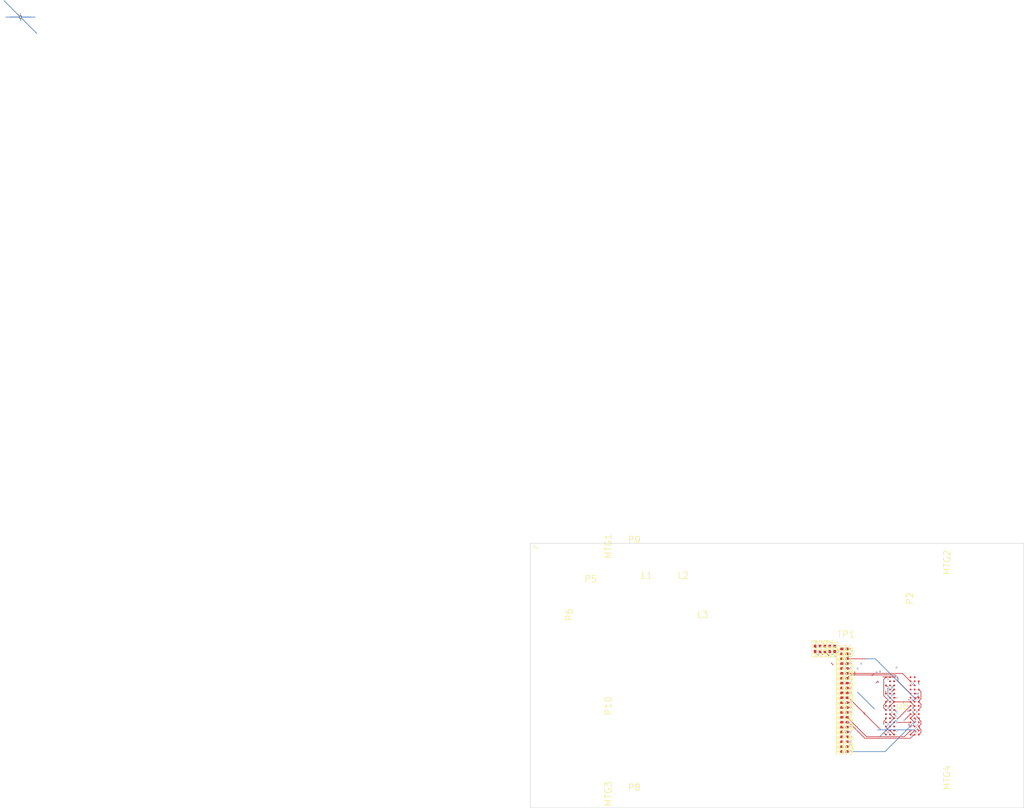
<source format=kicad_pcb>
 ( kicad_pcb  ( version 20171130 )
 ( host pcbnew "(5.1.2)-1" )
 ( general  ( thickness 1.6 )
 ( drawings 6 )
 ( tracks 409 )
 ( zones 0 )
 ( modules 42 )
 ( nets 78 )
)
 ( page A4 )
 ( layers  ( 0 TOP signal )
 ( 1 LYR2_GND signal )
 ( 2 LYR3 signal )
 ( 3 LYR4 signal )
 ( 4 LYR5_PWR signal )
 ( 31 BOTTOM signal )
 ( 32 B.Adhes user )
 ( 33 F.Adhes user )
 ( 34 B.Paste user )
 ( 35 F.Paste user )
 ( 36 B.SilkS user )
 ( 37 F.SilkS user )
 ( 38 B.Mask user )
 ( 39 F.Mask user )
 ( 40 Dwgs.User user )
 ( 41 Cmts.User user )
 ( 42 Eco1.User user )
 ( 43 Eco2.User user )
 ( 44 Edge.Cuts user )
 ( 45 Margin user )
 ( 46 B.CrtYd user )
 ( 47 F.CrtYd user )
 ( 48 B.Fab user )
 ( 49 F.Fab user )
)
 ( setup  ( last_trace_width 0.127 )
 ( trace_clearance 0.127 )
 ( zone_clearance 0.508 )
 ( zone_45_only no )
 ( trace_min 0.127 )
 ( via_size 0.3524 )
 ( via_drill 0.2 )
 ( via_min_size 0.2 )
 ( via_min_drill 0.1 )
 ( blind_buried_vias_allowed yes )
 ( uvia_size 0.3 )
 ( uvia_drill 0.1 )
 ( uvias_allowed yes )
 ( uvia_min_size 0.2 )
 ( uvia_min_drill 0.1 )
 ( edge_width 0.05 )
 ( segment_width 0.2 )
 ( pcb_text_width 0.3 )
 ( pcb_text_size 1.5 1.5 )
 ( mod_edge_width 0.12 )
 ( mod_text_size 1 1 )
 ( mod_text_width 0.15 )
 ( pad_size 1.524 1.524 )
 ( pad_drill 0.762 )
 ( pad_to_mask_clearance 0.051 )
 ( solder_mask_min_width 0.25 )
 ( aux_axis_origin 0 0 )
 ( visible_elements 7EEFBE1F )
 ( pcbplotparams  ( layerselection 0x010fc_ffffffff )
 ( usegerberextensions false )
 ( usegerberattributes false )
 ( usegerberadvancedattributes false )
 ( creategerberjobfile false )
 ( excludeedgelayer true )
 ( linewidth 0.100000 )
 ( plotframeref false )
 ( viasonmask false )
 ( mode 1 )
 ( useauxorigin false )
 ( hpglpennumber 1 )
 ( hpglpenspeed 20 )
 ( hpglpendiameter 15.000000 )
 ( psnegative false )
 ( psa4output false )
 ( plotreference true )
 ( plotvalue true )
 ( plotinvisibletext false )
 ( padsonsilk false )
 ( subtractmaskfromsilk false )
 ( outputformat 1 )
 ( mirror false )
 ( drillshape 1 )
 ( scaleselection 1 )
 ( outputdirectory "" )
)
)
 ( net 0 "" )
 ( net 1 DDR_A13R )
 ( net 2 PDDR_DQM0 )
 ( net 3 PDDR_WEN )
 ( net 4 DDR_D13 )
 ( net 5 DDR_D8 )
 ( net 6 PDDR_CASN )
 ( net 7 DDR_D12 )
 ( net 8 PDDR_CLKN )
 ( net 9 DDR_D15 )
 ( net 10 PDDR_CLK )
 ( net 11 DDR_D9 )
 ( net 12 DDR_D10 )
 ( net 13 DDR_D11 )
 ( net 14 DDR_D14 )
 ( net 15 DDR_D0 )
 ( net 16 DDR_D3 )
 ( net 17 DDR_D2 )
 ( net 18 DDR_D1 )
 ( net 19 DDR_D5 )
 ( net 20 DDR_D6 )
 ( net 21 DDR_D7 )
 ( net 22 DDR_D4 )
 ( net 23 DDR_DQS1 )
 ( net 24 DDR_DQS0 )
 ( net 25 VDDS_DDR )
 ( net 26 DDR_BA2 )
 ( net 27 DDR_BA0 )
 ( net 28 ENZ_KALDO_1P8V )
 ( net 29 DDR_CLK )
 ( net 30 DDR_VREF )
 ( net 31 DDR_ODT )
 ( net 32 DGND )
 ( net 33 DDR_A12 )
 ( net 34 DDR_A11 )
 ( net 35 DDR_A10 )
 ( net 36 DDR_A9 )
 ( net 37 DDR_A8 )
 ( net 38 DDR_A7 )
 ( net 39 DDR_A6 )
 ( net 40 DDR_A5 )
 ( net 41 DDR_A4 )
 ( net 42 DDR_A3 )
 ( net 43 DDR_A2 )
 ( net 44 DDR_A1 )
 ( net 45 DDR_DQM0 )
 ( net 46 DDR_A0 )
 ( net 47 DDR_DQM1 )
 ( net 48 PDDR_ODT )
 ( net 49 PDDR_A11 )
 ( net 50 PDDR_A9 )
 ( net 51 PDDR_A7 )
 ( net 52 PDDR_A5 )
 ( net 53 PDDR_A4 )
 ( net 54 DDR_BA1 )
 ( net 55 PDDR_A1 )
 ( net 56 PDDR_BA2 )
 ( net 57 PDDR_BA1 )
 ( net 58 DDR_DQSN1 )
 ( net 59 PDDR_D15 )
 ( net 60 DDR_DQSN0 )
 ( net 61 DDR_WEN )
 ( net 62 PDDR_D10 )
 ( net 63 PDDR_D9 )
 ( net 64 DDR_CASN )
 ( net 65 PDDR_D8 )
 ( net 66 DDR_RASN )
 ( net 67 PDDR_D3 )
 ( net 68 DDR_CSN )
 ( net 69 PDDR_D2 )
 ( net 70 DDR_CLKN )
 ( net 71 PDDR_CSN )
 ( net 72 DDR_CKE )
 ( net 73 PDDR_DQSN0 )
 ( net 74 PDDR_DQSN1 )
 ( net 75 PDDR_DQS1 )
 ( net 76 PDDR_DQM1 )
 ( net 77 PDDR_DQS0 )
 ( net_class Default "This is the default net class."  ( clearance 0.127 )
 ( trace_width 0.127 )
 ( via_dia 0.3524 )
 ( via_drill 0.2 )
 ( uvia_dia 0.3 )
 ( uvia_drill 0.1 )
 ( add_net DDR_A0 )
 ( add_net DDR_A1 )
 ( add_net DDR_A10 )
 ( add_net DDR_A11 )
 ( add_net DDR_A12 )
 ( add_net DDR_A13R )
 ( add_net DDR_A2 )
 ( add_net DDR_A3 )
 ( add_net DDR_A4 )
 ( add_net DDR_A5 )
 ( add_net DDR_A6 )
 ( add_net DDR_A7 )
 ( add_net DDR_A8 )
 ( add_net DDR_A9 )
 ( add_net DDR_BA0 )
 ( add_net DDR_BA1 )
 ( add_net DDR_BA2 )
 ( add_net DDR_CASN )
 ( add_net DDR_CKE )
 ( add_net DDR_CLK )
 ( add_net DDR_CLKN )
 ( add_net DDR_CSN )
 ( add_net DDR_D0 )
 ( add_net DDR_D1 )
 ( add_net DDR_D10 )
 ( add_net DDR_D11 )
 ( add_net DDR_D12 )
 ( add_net DDR_D13 )
 ( add_net DDR_D14 )
 ( add_net DDR_D15 )
 ( add_net DDR_D2 )
 ( add_net DDR_D3 )
 ( add_net DDR_D4 )
 ( add_net DDR_D5 )
 ( add_net DDR_D6 )
 ( add_net DDR_D7 )
 ( add_net DDR_D8 )
 ( add_net DDR_D9 )
 ( add_net DDR_DQM0 )
 ( add_net DDR_DQM1 )
 ( add_net DDR_DQS0 )
 ( add_net DDR_DQS1 )
 ( add_net DDR_DQSN0 )
 ( add_net DDR_DQSN1 )
 ( add_net DDR_ODT )
 ( add_net DDR_RASN )
 ( add_net DDR_VREF )
 ( add_net DDR_WEN )
 ( add_net DGND )
 ( add_net ENZ_KALDO_1P8V )
 ( add_net PDDR_A1 )
 ( add_net PDDR_A11 )
 ( add_net PDDR_A4 )
 ( add_net PDDR_A5 )
 ( add_net PDDR_A7 )
 ( add_net PDDR_A9 )
 ( add_net PDDR_BA1 )
 ( add_net PDDR_BA2 )
 ( add_net PDDR_CASN )
 ( add_net PDDR_CLK )
 ( add_net PDDR_CLKN )
 ( add_net PDDR_CSN )
 ( add_net PDDR_D10 )
 ( add_net PDDR_D15 )
 ( add_net PDDR_D2 )
 ( add_net PDDR_D3 )
 ( add_net PDDR_D8 )
 ( add_net PDDR_D9 )
 ( add_net PDDR_DQM0 )
 ( add_net PDDR_DQM1 )
 ( add_net PDDR_DQS0 )
 ( add_net PDDR_DQS1 )
 ( add_net PDDR_DQSN0 )
 ( add_net PDDR_DQSN1 )
 ( add_net PDDR_ODT )
 ( add_net PDDR_WEN )
 ( add_net VDDS_DDR )
)
 ( module P8  ( layer TOP )
 ( tedit 0 )
 ( tstamp 0 )
 ( at 119.685000 150.165000 )
 ( fp_text reference P8  ( at 0 0 )
 ( layer F.SilkS )
 ( effects  ( font  ( size 1.27 1.27 )
 ( thickness 0.15 )
)
)
)
 ( fp_text value ""  ( at 0 0 )
 ( layer F.SilkS )
 ( effects  ( font  ( size 1.27 1.27 )
 ( thickness 0.15 )
)
)
)
)
 ( module P9  ( layer TOP )
 ( tedit 0 )
 ( tstamp 0 )
 ( at 119.685000 101.905000 )
 ( fp_text reference P9  ( at 0 0 )
 ( layer F.SilkS )
 ( effects  ( font  ( size 1.27 1.27 )
 ( thickness 0.15 )
)
)
)
 ( fp_text value ""  ( at 0 0 )
 ( layer F.SilkS )
 ( effects  ( font  ( size 1.27 1.27 )
 ( thickness 0.15 )
)
)
)
)
 ( module MTG4  ( layer TOP )
 ( tedit 0 )
 ( tstamp 0 )
 ( at 180.645000 148.260000 90.000000 )
 ( fp_text reference MTG4  ( at 0 0 90 )
 ( layer F.SilkS )
 ( effects  ( font  ( size 1.27 1.27 )
 ( thickness 0.15 )
)
)
)
 ( fp_text value ""  ( at 0 0 90 )
 ( layer F.SilkS )
 ( effects  ( font  ( size 1.27 1.27 )
 ( thickness 0.15 )
)
)
)
)
 ( module MTG3  ( layer TOP )
 ( tedit 0 )
 ( tstamp 0 )
 ( at 114.605000 151.435000 90.000000 )
 ( fp_text reference MTG3  ( at 0 0 90 )
 ( layer F.SilkS )
 ( effects  ( font  ( size 1.27 1.27 )
 ( thickness 0.15 )
)
)
)
 ( fp_text value ""  ( at 0 0 90 )
 ( layer F.SilkS )
 ( effects  ( font  ( size 1.27 1.27 )
 ( thickness 0.15 )
)
)
)
)
 ( module MTG2  ( layer TOP )
 ( tedit 0 )
 ( tstamp 0 )
 ( at 180.645000 106.350000 90.000000 )
 ( fp_text reference MTG2  ( at 0 0 90 )
 ( layer F.SilkS )
 ( effects  ( font  ( size 1.27 1.27 )
 ( thickness 0.15 )
)
)
)
 ( fp_text value ""  ( at 0 0 90 )
 ( layer F.SilkS )
 ( effects  ( font  ( size 1.27 1.27 )
 ( thickness 0.15 )
)
)
)
)
 ( module MTG1  ( layer TOP )
 ( tedit 0 )
 ( tstamp 0 )
 ( at 114.605000 103.175000 90.000000 )
 ( fp_text reference MTG1  ( at 0 0 90 )
 ( layer F.SilkS )
 ( effects  ( font  ( size 1.27 1.27 )
 ( thickness 0.15 )
)
)
)
 ( fp_text value ""  ( at 0 0 90 )
 ( layer F.SilkS )
 ( effects  ( font  ( size 1.27 1.27 )
 ( thickness 0.15 )
)
)
)
)
 ( module U6  ( layer TOP )
 ( tedit 0 )
 ( tstamp 0 )
 ( at 171.932800 134.290000 )
 ( fp_text reference U6  ( at 0 0 )
 ( layer F.SilkS )
 ( effects  ( font  ( size 1.27 1.27 )
 ( thickness 0.15 )
)
)
)
 ( fp_text value ""  ( at 0 0 )
 ( layer F.SilkS )
 ( effects  ( font  ( size 1.27 1.27 )
 ( thickness 0.15 )
)
)
)
 ( pad L8 smd circle  ( at 2.400046 -2.400046 )
 ( size 0.3556 0.3556 )
 ( layers TOP )
 ( net 68 DDR_CSN )
)
 ( pad L7 smd circle  ( at 1.599946 -2.400046 )
 ( size 0.3556 0.3556 )
 ( layers TOP )
 ( net 64 DDR_CASN )
)
 ( pad L3 smd circle  ( at -1.599946 -2.400046 )
 ( size 0.3556 0.3556 )
 ( layers TOP )
 ( net 54 DDR_BA1 )
)
 ( pad L2 smd circle  ( at -2.400046 -2.400046 )
 ( size 0.3556 0.3556 )
 ( layers TOP )
 ( net 27 DDR_BA0 )
)
 ( pad L1 smd circle  ( at -3.199892 -2.400046 )
 ( size 0.3556 0.3556 )
 ( layers TOP )
 ( net 26 DDR_BA2 )
)
 ( pad K9 smd circle  ( at 3.199892 -1.599946 )
 ( size 0.3556 0.3556 )
 ( layers TOP )
 ( net 31 DDR_ODT )
)
 ( pad K8 smd circle  ( at 2.400046 -1.599946 )
 ( size 0.3556 0.3556 )
 ( layers TOP )
 ( net 70 DDR_CLKN )
)
 ( pad K7 smd circle  ( at 1.599946 -1.599946 )
 ( size 0.3556 0.3556 )
 ( layers TOP )
 ( net 66 DDR_RASN )
)
 ( pad K3 smd circle  ( at -1.599946 -1.599946 )
 ( size 0.3556 0.3556 )
 ( layers TOP )
 ( net 61 DDR_WEN )
)
 ( pad K2 smd circle  ( at -2.400046 -1.599946 )
 ( size 0.3556 0.3556 )
 ( layers TOP )
 ( net 72 DDR_CKE )
)
 ( pad J8 smd circle  ( at 2.400046 -0.8001 )
 ( size 0.3556 0.3556 )
 ( layers TOP )
 ( net 29 DDR_CLK )
)
 ( pad J7 smd circle  ( at 1.599946 -0.8001 )
 ( size 0.3556 0.3556 )
 ( layers TOP )
 ( net 32 DGND )
)
 ( pad J3 smd circle  ( at -1.599946 -0.8001 )
 ( size 0.3556 0.3556 )
 ( layers TOP )
 ( net 32 DGND )
)
 ( pad J2 smd circle  ( at -2.400046 -0.8001 )
 ( size 0.3556 0.3556 )
 ( layers TOP )
 ( net 30 DDR_VREF )
)
 ( pad J1 smd circle  ( at -3.199892 -0.8001 )
 ( size 0.3556 0.3556 )
 ( layers TOP )
 ( net 25 VDDS_DDR )
)
 ( pad H9 smd circle  ( at 3.199892 0 )
 ( size 0.3556 0.3556 )
 ( layers TOP )
 ( net 19 DDR_D5 )
)
 ( pad H8 smd circle  ( at 2.400046 0 )
 ( size 0.3556 0.3556 )
 ( layers TOP )
 ( net 32 DGND )
)
 ( pad H7 smd circle  ( at 1.599946 0 )
 ( size 0.3556 0.3556 )
 ( layers TOP )
 ( net 17 DDR_D2 )
)
 ( pad H3 smd circle  ( at -1.599946 0 )
 ( size 0.3556 0.3556 )
 ( layers TOP )
 ( net 16 DDR_D3 )
)
 ( pad H2 smd circle  ( at -2.400046 0 )
 ( size 0.3556 0.3556 )
 ( layers TOP )
 ( net 32 DGND )
)
 ( pad G8 smd circle  ( at 2.400046 0.8001 )
 ( size 0.3556 0.3556 )
 ( layers TOP )
 ( net 15 DDR_D0 )
)
 ( pad G7 smd circle  ( at 1.599946 0.8001 )
 ( size 0.3556 0.3556 )
 ( layers TOP )
 ( net 25 VDDS_DDR )
)
 ( pad G3 smd circle  ( at -1.599946 0.8001 )
 ( size 0.3556 0.3556 )
 ( layers TOP )
 ( net 25 VDDS_DDR )
)
 ( pad G2 smd circle  ( at -2.400046 0.8001 )
 ( size 0.3556 0.3556 )
 ( layers TOP )
 ( net 18 DDR_D1 )
)
 ( pad G1 smd circle  ( at -3.199892 0.8001 )
 ( size 0.3556 0.3556 )
 ( layers TOP )
 ( net 25 VDDS_DDR )
)
 ( pad F9 smd circle  ( at 3.199892 1.599946 )
 ( size 0.3556 0.3556 )
 ( layers TOP )
 ( net 21 DDR_D7 )
)
 ( pad F8 smd circle  ( at 2.400046 1.599946 )
 ( size 0.3556 0.3556 )
 ( layers TOP )
 ( net 32 DGND )
)
 ( pad F7 smd circle  ( at 1.599946 1.599946 )
 ( size 0.3556 0.3556 )
 ( layers TOP )
 ( net 24 DDR_DQS0 )
)
 ( pad F3 smd circle  ( at -1.599946 1.599946 )
 ( size 0.3556 0.3556 )
 ( layers TOP )
 ( net 45 DDR_DQM0 )
)
 ( pad F2 smd circle  ( at -2.400046 1.599946 )
 ( size 0.3556 0.3556 )
 ( layers TOP )
 ( net 32 DGND )
)
 ( pad E9 smd circle  ( at 3.199892 2.400046 )
 ( size 0.3556 0.3556 )
 ( layers TOP )
 ( net 25 VDDS_DDR )
)
 ( pad E8 smd circle  ( at 2.400046 2.400046 )
 ( size 0.3556 0.3556 )
 ( layers TOP )
 ( net 60 DDR_DQSN0 )
)
 ( pad E7 smd circle  ( at 1.599946 2.400046 )
 ( size 0.3556 0.3556 )
 ( layers TOP )
 ( net 32 DGND )
)
 ( pad E3 smd circle  ( at -1.599946 2.400046 )
 ( size 0.3556 0.3556 )
 ( layers TOP )
 ( net 32 DGND )
)
 ( pad E2 smd circle  ( at -2.400046 2.400046 )
 ( size 0.3556 0.3556 )
 ( layers TOP )
)
 ( pad E1 smd circle  ( at -3.199892 2.400046 )
 ( size 0.3556 0.3556 )
 ( layers TOP )
 ( net 25 VDDS_DDR )
)
 ( pad D9 smd circle  ( at 3.199892 3.199892 )
 ( size 0.3556 0.3556 )
 ( layers TOP )
 ( net 4 DDR_D13 )
)
 ( pad D8 smd circle  ( at 2.400046 3.199892 )
 ( size 0.3556 0.3556 )
 ( layers TOP )
 ( net 32 DGND )
)
 ( pad D7 smd circle  ( at 1.599946 3.199892 )
 ( size 0.3556 0.3556 )
 ( layers TOP )
 ( net 12 DDR_D10 )
)
 ( pad D3 smd circle  ( at -1.599946 3.199892 )
 ( size 0.3556 0.3556 )
 ( layers TOP )
 ( net 13 DDR_D11 )
)
 ( pad D2 smd circle  ( at -2.400046 3.199892 )
 ( size 0.3556 0.3556 )
 ( layers TOP )
 ( net 32 DGND )
)
 ( pad D1 smd circle  ( at -3.199892 3.199892 )
 ( size 0.3556 0.3556 )
 ( layers TOP )
 ( net 7 DDR_D12 )
)
 ( pad C9 smd circle  ( at 3.199892 3.999992 )
 ( size 0.3556 0.3556 )
 ( layers TOP )
 ( net 25 VDDS_DDR )
)
 ( pad C8 smd circle  ( at 2.400046 3.999992 )
 ( size 0.3556 0.3556 )
 ( layers TOP )
 ( net 5 DDR_D8 )
)
 ( pad C7 smd circle  ( at 1.599946 3.999992 )
 ( size 0.3556 0.3556 )
 ( layers TOP )
 ( net 25 VDDS_DDR )
)
 ( pad C3 smd circle  ( at -1.599946 3.999992 )
 ( size 0.3556 0.3556 )
 ( layers TOP )
 ( net 25 VDDS_DDR )
)
 ( pad C2 smd circle  ( at -2.400046 3.999992 )
 ( size 0.3556 0.3556 )
 ( layers TOP )
 ( net 11 DDR_D9 )
)
 ( pad C1 smd circle  ( at -3.199892 3.999992 )
 ( size 0.3556 0.3556 )
 ( layers TOP )
 ( net 25 VDDS_DDR )
)
 ( pad B9 smd circle  ( at 3.199892 4.800092 )
 ( size 0.3556 0.3556 )
 ( layers TOP )
 ( net 9 DDR_D15 )
)
 ( pad B8 smd circle  ( at 2.400046 4.800092 )
 ( size 0.3556 0.3556 )
 ( layers TOP )
 ( net 32 DGND )
)
 ( pad B7 smd circle  ( at 1.599946 4.800092 )
 ( size 0.3556 0.3556 )
 ( layers TOP )
 ( net 23 DDR_DQS1 )
)
 ( pad B3 smd circle  ( at -1.599946 4.800092 )
 ( size 0.3556 0.3556 )
 ( layers TOP )
 ( net 47 DDR_DQM1 )
)
 ( pad B2 smd circle  ( at -2.400046 4.800092 )
 ( size 0.3556 0.3556 )
 ( layers TOP )
 ( net 32 DGND )
)
 ( pad B1 smd circle  ( at -3.199892 4.800092 )
 ( size 0.3556 0.3556 )
 ( layers TOP )
 ( net 14 DDR_D14 )
)
 ( pad A9 smd circle  ( at 3.199892 5.599938 )
 ( size 0.3556 0.3556 )
 ( layers TOP )
 ( net 25 VDDS_DDR )
)
 ( pad A8 smd circle  ( at 2.400046 5.599938 )
 ( size 0.3556 0.3556 )
 ( layers TOP )
 ( net 58 DDR_DQSN1 )
)
 ( pad A7 smd circle  ( at 1.599946 5.599938 )
 ( size 0.3556 0.3556 )
 ( layers TOP )
 ( net 32 DGND )
)
 ( pad A3 smd circle  ( at -1.599946 5.599938 )
 ( size 0.3556 0.3556 )
 ( layers TOP )
 ( net 32 DGND )
)
 ( pad A2 smd circle  ( at -2.400046 5.599938 )
 ( size 0.3556 0.3556 )
 ( layers TOP )
)
 ( pad A1 smd circle  ( at -3.199892 5.599938 )
 ( size 0.3556 0.3556 )
 ( layers TOP )
 ( net 25 VDDS_DDR )
)
 ( pad F1 smd circle  ( at -3.199892 1.599946 )
 ( size 0.3556 0.3556 )
 ( layers TOP )
 ( net 20 DDR_D6 )
)
 ( pad G9 smd circle  ( at 3.199892 0.8001 )
 ( size 0.3556 0.3556 )
 ( layers TOP )
 ( net 25 VDDS_DDR )
)
 ( pad J9 smd circle  ( at 3.199892 -0.8001 )
 ( size 0.3556 0.3556 )
 ( layers TOP )
 ( net 25 VDDS_DDR )
)
 ( pad H1 smd circle  ( at -3.199892 0 )
 ( size 0.3556 0.3556 )
 ( layers TOP )
 ( net 22 DDR_D4 )
)
 ( pad M3 smd circle  ( at -1.599946 -3.199892 )
 ( size 0.3556 0.3556 )
 ( layers TOP )
 ( net 44 DDR_A1 )
)
 ( pad M2 smd circle  ( at -2.400046 -3.199892 )
 ( size 0.3556 0.3556 )
 ( layers TOP )
 ( net 35 DDR_A10 )
)
 ( pad M8 smd circle  ( at 2.400046 -3.199892 )
 ( size 0.3556 0.3556 )
 ( layers TOP )
 ( net 46 DDR_A0 )
)
 ( pad M7 smd circle  ( at 1.599946 -3.199892 )
 ( size 0.3556 0.3556 )
 ( layers TOP )
 ( net 43 DDR_A2 )
)
 ( pad M9 smd circle  ( at 3.199892 -3.199892 )
 ( size 0.3556 0.3556 )
 ( layers TOP )
 ( net 25 VDDS_DDR )
)
 ( pad N1 smd circle  ( at -3.199892 -3.999992 )
 ( size 0.3556 0.3556 )
 ( layers TOP )
 ( net 32 DGND )
)
 ( pad N3 smd circle  ( at -1.599946 -3.999992 )
 ( size 0.3556 0.3556 )
 ( layers TOP )
 ( net 40 DDR_A5 )
)
 ( pad N2 smd circle  ( at -2.400046 -3.999992 )
 ( size 0.3556 0.3556 )
 ( layers TOP )
 ( net 42 DDR_A3 )
)
 ( pad N8 smd circle  ( at 2.400046 -3.999992 )
 ( size 0.3556 0.3556 )
 ( layers TOP )
 ( net 41 DDR_A4 )
)
 ( pad N7 smd circle  ( at 1.599946 -3.999992 )
 ( size 0.3556 0.3556 )
 ( layers TOP )
 ( net 39 DDR_A6 )
)
 ( pad P3 smd circle  ( at -1.599946 -4.800092 )
 ( size 0.3556 0.3556 )
 ( layers TOP )
 ( net 36 DDR_A9 )
)
 ( pad P2 smd circle  ( at -2.400046 -4.800092 )
 ( size 0.3556 0.3556 )
 ( layers TOP )
 ( net 38 DDR_A7 )
)
 ( pad P8 smd circle  ( at 2.400046 -4.800092 )
 ( size 0.3556 0.3556 )
 ( layers TOP )
 ( net 37 DDR_A8 )
)
 ( pad P7 smd circle  ( at 1.599946 -4.800092 )
 ( size 0.3556 0.3556 )
 ( layers TOP )
 ( net 34 DDR_A11 )
)
 ( pad P9 smd circle  ( at 3.199892 -4.800092 )
 ( size 0.3556 0.3556 )
 ( layers TOP )
 ( net 32 DGND )
)
 ( pad R1 smd circle  ( at -3.199892 -5.599938 )
 ( size 0.3556 0.3556 )
 ( layers TOP )
 ( net 25 VDDS_DDR )
)
 ( pad R3 smd circle  ( at -1.599946 -5.599938 )
 ( size 0.3556 0.3556 )
 ( layers TOP )
)
 ( pad R2 smd circle  ( at -2.400046 -5.599938 )
 ( size 0.3556 0.3556 )
 ( layers TOP )
 ( net 33 DDR_A12 )
)
 ( pad R8 smd circle  ( at 2.400046 -5.599938 )
 ( size 0.3556 0.3556 )
 ( layers TOP )
 ( net 1 DDR_A13R )
)
 ( pad R7 smd circle  ( at 1.599946 -5.599938 )
 ( size 0.3556 0.3556 )
 ( layers TOP )
)
)
 ( module P10  ( layer TOP )
 ( tedit 0 )
 ( tstamp 0 )
 ( at 114.605000 134.290000 270.000000 )
 ( fp_text reference P10  ( at 0 0 270 )
 ( layer F.SilkS )
 ( effects  ( font  ( size 1.27 1.27 )
 ( thickness 0.15 )
)
)
)
 ( fp_text value ""  ( at 0 0 270 )
 ( layer F.SilkS )
 ( effects  ( font  ( size 1.27 1.27 )
 ( thickness 0.15 )
)
)
)
)
 ( module P6  ( layer TOP )
 ( tedit 0 )
 ( tstamp 0 )
 ( at 106.985000 116.510000 90.000000 )
 ( fp_text reference P6  ( at 0 0 90 )
 ( layer F.SilkS )
 ( effects  ( font  ( size 1.27 1.27 )
 ( thickness 0.15 )
)
)
)
 ( fp_text value ""  ( at 0 0 90 )
 ( layer F.SilkS )
 ( effects  ( font  ( size 1.27 1.27 )
 ( thickness 0.15 )
)
)
)
)
 ( module R79  ( layer TOP )
 ( tedit 0 )
 ( tstamp 0 )
 ( at 154.927500 123.177500 90.000000 )
 ( fp_text reference R79  ( at 0 0 90 )
 ( layer F.SilkS )
 ( effects  ( font  ( size 1.27 1.27 )
 ( thickness 0.15 )
)
)
)
 ( fp_text value ""  ( at 0 0 90 )
 ( layer F.SilkS )
 ( effects  ( font  ( size 1.27 1.27 )
 ( thickness 0.15 )
)
)
)
 ( pad 2 smd rect  ( at 0.508 0 270.000000 )
 ( size 0.635 0.508 )
 ( layers TOP )
 ( net 28 ENZ_KALDO_1P8V )
)
 ( pad 1 smd rect  ( at -0.508 0 270.000000 )
 ( size 0.635 0.508 )
 ( layers TOP )
 ( net 32 DGND )
)
)
 ( module R73  ( layer TOP )
 ( tedit 0 )
 ( tstamp 0 )
 ( at 160.642500 129.845000 180.000000 )
 ( fp_text reference R73  ( at 0 0 180 )
 ( layer F.SilkS )
 ( effects  ( font  ( size 1.27 1.27 )
 ( thickness 0.15 )
)
)
)
 ( fp_text value ""  ( at 0 0 180 )
 ( layer F.SilkS )
 ( effects  ( font  ( size 1.27 1.27 )
 ( thickness 0.15 )
)
)
)
 ( pad 2 smd rect  ( at 0.508 0 180.000000 )
 ( size 0.635 0.508 )
 ( layers TOP )
 ( net 48 PDDR_ODT )
)
 ( pad 1 smd rect  ( at -0.508 0 180.000000 )
 ( size 0.635 0.508 )
 ( layers TOP )
 ( net 31 DDR_ODT )
)
)
 ( module R72  ( layer TOP )
 ( tedit 0 )
 ( tstamp 0 )
 ( at 160.642500 137.465000 180.000000 )
 ( fp_text reference R72  ( at 0 0 180 )
 ( layer F.SilkS )
 ( effects  ( font  ( size 1.27 1.27 )
 ( thickness 0.15 )
)
)
)
 ( fp_text value ""  ( at 0 0 180 )
 ( layer F.SilkS )
 ( effects  ( font  ( size 1.27 1.27 )
 ( thickness 0.15 )
)
)
)
 ( pad 2 smd rect  ( at 0.508 0 180.000000 )
 ( size 0.635 0.508 )
 ( layers TOP )
 ( net 74 PDDR_DQSN1 )
)
 ( pad 1 smd rect  ( at -0.508 0 180.000000 )
 ( size 0.635 0.508 )
 ( layers TOP )
 ( net 58 DDR_DQSN1 )
)
)
 ( module R25  ( layer TOP )
 ( tedit 0 )
 ( tstamp 0 )
 ( at 160.642500 131.750000 180.000000 )
 ( fp_text reference R25  ( at 0 0 180 )
 ( layer F.SilkS )
 ( effects  ( font  ( size 1.27 1.27 )
 ( thickness 0.15 )
)
)
)
 ( fp_text value ""  ( at 0 0 180 )
 ( layer F.SilkS )
 ( effects  ( font  ( size 1.27 1.27 )
 ( thickness 0.15 )
)
)
)
 ( pad 2 smd rect  ( at 0.508 0 180.000000 )
 ( size 0.635 0.508 )
 ( layers TOP )
 ( net 55 PDDR_A1 )
)
 ( pad 1 smd rect  ( at -0.508 0 180.000000 )
 ( size 0.635 0.508 )
 ( layers TOP )
 ( net 44 DDR_A1 )
)
)
 ( module R71  ( layer TOP )
 ( tedit 0 )
 ( tstamp 0 )
 ( at 160.642500 136.512500 180.000000 )
 ( fp_text reference R71  ( at 0 0 180 )
 ( layer F.SilkS )
 ( effects  ( font  ( size 1.27 1.27 )
 ( thickness 0.15 )
)
)
)
 ( fp_text value ""  ( at 0 0 180 )
 ( layer F.SilkS )
 ( effects  ( font  ( size 1.27 1.27 )
 ( thickness 0.15 )
)
)
)
 ( pad 2 smd rect  ( at 0.508 0 180.000000 )
 ( size 0.635 0.508 )
 ( layers TOP )
 ( net 75 PDDR_DQS1 )
)
 ( pad 1 smd rect  ( at -0.508 0 180.000000 )
 ( size 0.635 0.508 )
 ( layers TOP )
 ( net 23 DDR_DQS1 )
)
)
 ( module R70  ( layer TOP )
 ( tedit 0 )
 ( tstamp 0 )
 ( at 160.642500 132.702500 180.000000 )
 ( fp_text reference R70  ( at 0 0 180 )
 ( layer F.SilkS )
 ( effects  ( font  ( size 1.27 1.27 )
 ( thickness 0.15 )
)
)
)
 ( fp_text value ""  ( at 0 0 180 )
 ( layer F.SilkS )
 ( effects  ( font  ( size 1.27 1.27 )
 ( thickness 0.15 )
)
)
)
 ( pad 2 smd rect  ( at 0.508 0 180.000000 )
 ( size 0.635 0.508 )
 ( layers TOP )
 ( net 76 PDDR_DQM1 )
)
 ( pad 1 smd rect  ( at -0.508 0 180.000000 )
 ( size 0.635 0.508 )
 ( layers TOP )
 ( net 47 DDR_DQM1 )
)
)
 ( module R69  ( layer TOP )
 ( tedit 0 )
 ( tstamp 0 )
 ( at 160.642500 143.180000 180.000000 )
 ( fp_text reference R69  ( at 0 0 180 )
 ( layer F.SilkS )
 ( effects  ( font  ( size 1.27 1.27 )
 ( thickness 0.15 )
)
)
)
 ( fp_text value ""  ( at 0 0 180 )
 ( layer F.SilkS )
 ( effects  ( font  ( size 1.27 1.27 )
 ( thickness 0.15 )
)
)
)
 ( pad 2 smd rect  ( at 0.508 0 180.000000 )
 ( size 0.635 0.508 )
 ( layers TOP )
 ( net 73 PDDR_DQSN0 )
)
 ( pad 1 smd rect  ( at -0.508 0 180.000000 )
 ( size 0.635 0.508 )
 ( layers TOP )
 ( net 60 DDR_DQSN0 )
)
)
 ( module R68  ( layer TOP )
 ( tedit 0 )
 ( tstamp 0 )
 ( at 160.642500 142.227500 180.000000 )
 ( fp_text reference R68  ( at 0 0 180 )
 ( layer F.SilkS )
 ( effects  ( font  ( size 1.27 1.27 )
 ( thickness 0.15 )
)
)
)
 ( fp_text value ""  ( at 0 0 180 )
 ( layer F.SilkS )
 ( effects  ( font  ( size 1.27 1.27 )
 ( thickness 0.15 )
)
)
)
 ( pad 2 smd rect  ( at 0.508 0 180.000000 )
 ( size 0.635 0.508 )
 ( layers TOP )
 ( net 77 PDDR_DQS0 )
)
 ( pad 1 smd rect  ( at -0.508 0 180.000000 )
 ( size 0.635 0.508 )
 ( layers TOP )
 ( net 24 DDR_DQS0 )
)
)
 ( module R67  ( layer TOP )
 ( tedit 0 )
 ( tstamp 0 )
 ( at 160.642500 139.370000 180.000000 )
 ( fp_text reference R67  ( at 0 0 180 )
 ( layer F.SilkS )
 ( effects  ( font  ( size 1.27 1.27 )
 ( thickness 0.15 )
)
)
)
 ( fp_text value ""  ( at 0 0 180 )
 ( layer F.SilkS )
 ( effects  ( font  ( size 1.27 1.27 )
 ( thickness 0.15 )
)
)
)
 ( pad 2 smd rect  ( at 0.508 0 180.000000 )
 ( size 0.635 0.508 )
 ( layers TOP )
 ( net 2 PDDR_DQM0 )
)
 ( pad 1 smd rect  ( at -0.508 0 180.000000 )
 ( size 0.635 0.508 )
 ( layers TOP )
 ( net 45 DDR_DQM0 )
)
)
 ( module R66  ( layer TOP )
 ( tedit 0 )
 ( tstamp 0 )
 ( at 156.832500 123.177500 90.000000 )
 ( fp_text reference R66  ( at 0 0 90 )
 ( layer F.SilkS )
 ( effects  ( font  ( size 1.27 1.27 )
 ( thickness 0.15 )
)
)
)
 ( fp_text value ""  ( at 0 0 90 )
 ( layer F.SilkS )
 ( effects  ( font  ( size 1.27 1.27 )
 ( thickness 0.15 )
)
)
)
 ( pad 2 smd rect  ( at 0.508 0 270.000000 )
 ( size 0.635 0.508 )
 ( layers TOP )
 ( net 3 PDDR_WEN )
)
 ( pad 1 smd rect  ( at -0.508 0 270.000000 )
 ( size 0.635 0.508 )
 ( layers TOP )
 ( net 61 DDR_WEN )
)
)
 ( module R64  ( layer TOP )
 ( tedit 0 )
 ( tstamp 0 )
 ( at 160.642500 128.892500 180.000000 )
 ( fp_text reference R64  ( at 0 0 180 )
 ( layer F.SilkS )
 ( effects  ( font  ( size 1.27 1.27 )
 ( thickness 0.15 )
)
)
)
 ( fp_text value ""  ( at 0 0 180 )
 ( layer F.SilkS )
 ( effects  ( font  ( size 1.27 1.27 )
 ( thickness 0.15 )
)
)
)
 ( pad 2 smd rect  ( at 0.508 0 180.000000 )
 ( size 0.635 0.508 )
 ( layers TOP )
 ( net 6 PDDR_CASN )
)
 ( pad 1 smd rect  ( at -0.508 0 180.000000 )
 ( size 0.635 0.508 )
 ( layers TOP )
 ( net 64 DDR_CASN )
)
)
 ( module R63  ( layer TOP )
 ( tedit 0 )
 ( tstamp 0 )
 ( at 160.642500 130.797500 180.000000 )
 ( fp_text reference R63  ( at 0 0 180 )
 ( layer F.SilkS )
 ( effects  ( font  ( size 1.27 1.27 )
 ( thickness 0.15 )
)
)
)
 ( fp_text value ""  ( at 0 0 180 )
 ( layer F.SilkS )
 ( effects  ( font  ( size 1.27 1.27 )
 ( thickness 0.15 )
)
)
)
 ( pad 2 smd rect  ( at 0.508 0 180.000000 )
 ( size 0.635 0.508 )
 ( layers TOP )
 ( net 71 PDDR_CSN )
)
 ( pad 1 smd rect  ( at -0.508 0 180.000000 )
 ( size 0.635 0.508 )
 ( layers TOP )
 ( net 68 DDR_CSN )
)
)
 ( module R61  ( layer TOP )
 ( tedit 0 )
 ( tstamp 0 )
 ( at 160.642500 125.082500 180.000000 )
 ( fp_text reference R61  ( at 0 0 180 )
 ( layer F.SilkS )
 ( effects  ( font  ( size 1.27 1.27 )
 ( thickness 0.15 )
)
)
)
 ( fp_text value ""  ( at 0 0 180 )
 ( layer F.SilkS )
 ( effects  ( font  ( size 1.27 1.27 )
 ( thickness 0.15 )
)
)
)
 ( pad 2 smd rect  ( at 0.508 0 180.000000 )
 ( size 0.635 0.508 )
 ( layers TOP )
 ( net 8 PDDR_CLKN )
)
 ( pad 1 smd rect  ( at -0.508 0 180.000000 )
 ( size 0.635 0.508 )
 ( layers TOP )
 ( net 70 DDR_CLKN )
)
)
 ( module R60  ( layer TOP )
 ( tedit 0 )
 ( tstamp 0 )
 ( at 160.642500 124.130000 180.000000 )
 ( fp_text reference R60  ( at 0 0 180 )
 ( layer F.SilkS )
 ( effects  ( font  ( size 1.27 1.27 )
 ( thickness 0.15 )
)
)
)
 ( fp_text value ""  ( at 0 0 180 )
 ( layer F.SilkS )
 ( effects  ( font  ( size 1.27 1.27 )
 ( thickness 0.15 )
)
)
)
 ( pad 2 smd rect  ( at 0.508 0 180.000000 )
 ( size 0.635 0.508 )
 ( layers TOP )
 ( net 10 PDDR_CLK )
)
 ( pad 1 smd rect  ( at -0.508 0 180.000000 )
 ( size 0.635 0.508 )
 ( layers TOP )
 ( net 29 DDR_CLK )
)
)
 ( module R59  ( layer TOP )
 ( tedit 0 )
 ( tstamp 0 )
 ( at 160.642500 138.417500 180.000000 )
 ( fp_text reference R59  ( at 0 0 180 )
 ( layer F.SilkS )
 ( effects  ( font  ( size 1.27 1.27 )
 ( thickness 0.15 )
)
)
)
 ( fp_text value ""  ( at 0 0 180 )
 ( layer F.SilkS )
 ( effects  ( font  ( size 1.27 1.27 )
 ( thickness 0.15 )
)
)
)
 ( pad 2 smd rect  ( at 0.508 0 180.000000 )
 ( size 0.635 0.508 )
 ( layers TOP )
 ( net 59 PDDR_D15 )
)
 ( pad 1 smd rect  ( at -0.508 0 180.000000 )
 ( size 0.635 0.508 )
 ( layers TOP )
 ( net 9 DDR_D15 )
)
)
 ( module R54  ( layer TOP )
 ( tedit 0 )
 ( tstamp 0 )
 ( at 160.642500 135.560000 180.000000 )
 ( fp_text reference R54  ( at 0 0 180 )
 ( layer F.SilkS )
 ( effects  ( font  ( size 1.27 1.27 )
 ( thickness 0.15 )
)
)
)
 ( fp_text value ""  ( at 0 0 180 )
 ( layer F.SilkS )
 ( effects  ( font  ( size 1.27 1.27 )
 ( thickness 0.15 )
)
)
)
 ( pad 2 smd rect  ( at 0.508 0 180.000000 )
 ( size 0.635 0.508 )
 ( layers TOP )
 ( net 62 PDDR_D10 )
)
 ( pad 1 smd rect  ( at -0.508 0 180.000000 )
 ( size 0.635 0.508 )
 ( layers TOP )
 ( net 12 DDR_D10 )
)
)
 ( module R53  ( layer TOP )
 ( tedit 0 )
 ( tstamp 0 )
 ( at 160.642500 134.607500 180.000000 )
 ( fp_text reference R53  ( at 0 0 180 )
 ( layer F.SilkS )
 ( effects  ( font  ( size 1.27 1.27 )
 ( thickness 0.15 )
)
)
)
 ( fp_text value ""  ( at 0 0 180 )
 ( layer F.SilkS )
 ( effects  ( font  ( size 1.27 1.27 )
 ( thickness 0.15 )
)
)
)
 ( pad 2 smd rect  ( at 0.508 0 180.000000 )
 ( size 0.635 0.508 )
 ( layers TOP )
 ( net 63 PDDR_D9 )
)
 ( pad 1 smd rect  ( at -0.508 0 180.000000 )
 ( size 0.635 0.508 )
 ( layers TOP )
 ( net 11 DDR_D9 )
)
)
 ( module R52  ( layer TOP )
 ( tedit 0 )
 ( tstamp 0 )
 ( at 160.642500 133.655000 180.000000 )
 ( fp_text reference R52  ( at 0 0 180 )
 ( layer F.SilkS )
 ( effects  ( font  ( size 1.27 1.27 )
 ( thickness 0.15 )
)
)
)
 ( fp_text value ""  ( at 0 0 180 )
 ( layer F.SilkS )
 ( effects  ( font  ( size 1.27 1.27 )
 ( thickness 0.15 )
)
)
)
 ( pad 2 smd rect  ( at 0.508 0 180.000000 )
 ( size 0.635 0.508 )
 ( layers TOP )
 ( net 65 PDDR_D8 )
)
 ( pad 1 smd rect  ( at -0.508 0 180.000000 )
 ( size 0.635 0.508 )
 ( layers TOP )
 ( net 5 DDR_D8 )
)
)
 ( module R47  ( layer TOP )
 ( tedit 0 )
 ( tstamp 0 )
 ( at 160.642500 141.275000 180.000000 )
 ( fp_text reference R47  ( at 0 0 180 )
 ( layer F.SilkS )
 ( effects  ( font  ( size 1.27 1.27 )
 ( thickness 0.15 )
)
)
)
 ( fp_text value ""  ( at 0 0 180 )
 ( layer F.SilkS )
 ( effects  ( font  ( size 1.27 1.27 )
 ( thickness 0.15 )
)
)
)
 ( pad 2 smd rect  ( at 0.508 0 180.000000 )
 ( size 0.635 0.508 )
 ( layers TOP )
 ( net 67 PDDR_D3 )
)
 ( pad 1 smd rect  ( at -0.508 0 180.000000 )
 ( size 0.635 0.508 )
 ( layers TOP )
 ( net 16 DDR_D3 )
)
)
 ( module R46  ( layer TOP )
 ( tedit 0 )
 ( tstamp 0 )
 ( at 160.642500 140.322500 180.000000 )
 ( fp_text reference R46  ( at 0 0 180 )
 ( layer F.SilkS )
 ( effects  ( font  ( size 1.27 1.27 )
 ( thickness 0.15 )
)
)
)
 ( fp_text value ""  ( at 0 0 180 )
 ( layer F.SilkS )
 ( effects  ( font  ( size 1.27 1.27 )
 ( thickness 0.15 )
)
)
)
 ( pad 2 smd rect  ( at 0.508 0 180.000000 )
 ( size 0.635 0.508 )
 ( layers TOP )
 ( net 69 PDDR_D2 )
)
 ( pad 1 smd rect  ( at -0.508 0 180.000000 )
 ( size 0.635 0.508 )
 ( layers TOP )
 ( net 17 DDR_D2 )
)
)
 ( module R43  ( layer TOP )
 ( tedit 0 )
 ( tstamp 0 )
 ( at 155.880000 123.177500 90.000000 )
 ( fp_text reference R43  ( at 0 0 90 )
 ( layer F.SilkS )
 ( effects  ( font  ( size 1.27 1.27 )
 ( thickness 0.15 )
)
)
)
 ( fp_text value ""  ( at 0 0 90 )
 ( layer F.SilkS )
 ( effects  ( font  ( size 1.27 1.27 )
 ( thickness 0.15 )
)
)
)
 ( pad 2 smd rect  ( at 0.508 0 270.000000 )
 ( size 0.635 0.508 )
 ( layers TOP )
 ( net 56 PDDR_BA2 )
)
 ( pad 1 smd rect  ( at -0.508 0 270.000000 )
 ( size 0.635 0.508 )
 ( layers TOP )
 ( net 26 DDR_BA2 )
)
)
 ( module R42  ( layer TOP )
 ( tedit 0 )
 ( tstamp 0 )
 ( at 160.642500 126.987500 180.000000 )
 ( fp_text reference R42  ( at 0 0 180 )
 ( layer F.SilkS )
 ( effects  ( font  ( size 1.27 1.27 )
 ( thickness 0.15 )
)
)
)
 ( fp_text value ""  ( at 0 0 180 )
 ( layer F.SilkS )
 ( effects  ( font  ( size 1.27 1.27 )
 ( thickness 0.15 )
)
)
)
 ( pad 2 smd rect  ( at 0.508 0 180.000000 )
 ( size 0.635 0.508 )
 ( layers TOP )
 ( net 57 PDDR_BA1 )
)
 ( pad 1 smd rect  ( at -0.508 0 180.000000 )
 ( size 0.635 0.508 )
 ( layers TOP )
 ( net 54 DDR_BA1 )
)
)
 ( module R38  ( layer TOP )
 ( tedit 0 )
 ( tstamp 0 )
 ( at 160.642500 127.940000 180.000000 )
 ( fp_text reference R38  ( at 0 0 180 )
 ( layer F.SilkS )
 ( effects  ( font  ( size 1.27 1.27 )
 ( thickness 0.15 )
)
)
)
 ( fp_text value ""  ( at 0 0 180 )
 ( layer F.SilkS )
 ( effects  ( font  ( size 1.27 1.27 )
 ( thickness 0.15 )
)
)
)
 ( pad 2 smd rect  ( at 0.508 0 180.000000 )
 ( size 0.635 0.508 )
 ( layers TOP )
 ( net 49 PDDR_A11 )
)
 ( pad 1 smd rect  ( at -0.508 0 180.000000 )
 ( size 0.635 0.508 )
 ( layers TOP )
 ( net 34 DDR_A11 )
)
)
 ( module R36  ( layer TOP )
 ( tedit 0 )
 ( tstamp 0 )
 ( at 160.642500 123.177500 180.000000 )
 ( fp_text reference R36  ( at 0 0 180 )
 ( layer F.SilkS )
 ( effects  ( font  ( size 1.27 1.27 )
 ( thickness 0.15 )
)
)
)
 ( fp_text value ""  ( at 0 0 180 )
 ( layer F.SilkS )
 ( effects  ( font  ( size 1.27 1.27 )
 ( thickness 0.15 )
)
)
)
 ( pad 2 smd rect  ( at 0.508 0 180.000000 )
 ( size 0.635 0.508 )
 ( layers TOP )
 ( net 50 PDDR_A9 )
)
 ( pad 1 smd rect  ( at -0.508 0 180.000000 )
 ( size 0.635 0.508 )
 ( layers TOP )
 ( net 36 DDR_A9 )
)
)
 ( module R34  ( layer TOP )
 ( tedit 0 )
 ( tstamp 0 )
 ( at 160.642500 126.035000 180.000000 )
 ( fp_text reference R34  ( at 0 0 180 )
 ( layer F.SilkS )
 ( effects  ( font  ( size 1.27 1.27 )
 ( thickness 0.15 )
)
)
)
 ( fp_text value ""  ( at 0 0 180 )
 ( layer F.SilkS )
 ( effects  ( font  ( size 1.27 1.27 )
 ( thickness 0.15 )
)
)
)
 ( pad 2 smd rect  ( at 0.508 0 180.000000 )
 ( size 0.635 0.508 )
 ( layers TOP )
 ( net 51 PDDR_A7 )
)
 ( pad 1 smd rect  ( at -0.508 0 180.000000 )
 ( size 0.635 0.508 )
 ( layers TOP )
 ( net 38 DDR_A7 )
)
)
 ( module R32  ( layer TOP )
 ( tedit 0 )
 ( tstamp 0 )
 ( at 157.785000 123.177500 90.000000 )
 ( fp_text reference R32  ( at 0 0 90 )
 ( layer F.SilkS )
 ( effects  ( font  ( size 1.27 1.27 )
 ( thickness 0.15 )
)
)
)
 ( fp_text value ""  ( at 0 0 90 )
 ( layer F.SilkS )
 ( effects  ( font  ( size 1.27 1.27 )
 ( thickness 0.15 )
)
)
)
 ( pad 2 smd rect  ( at 0.508 0 270.000000 )
 ( size 0.635 0.508 )
 ( layers TOP )
 ( net 52 PDDR_A5 )
)
 ( pad 1 smd rect  ( at -0.508 0 270.000000 )
 ( size 0.635 0.508 )
 ( layers TOP )
 ( net 40 DDR_A5 )
)
)
 ( module R31  ( layer TOP )
 ( tedit 0 )
 ( tstamp 0 )
 ( at 158.737500 123.177500 90.000000 )
 ( fp_text reference R31  ( at 0 0 90 )
 ( layer F.SilkS )
 ( effects  ( font  ( size 1.27 1.27 )
 ( thickness 0.15 )
)
)
)
 ( fp_text value ""  ( at 0 0 90 )
 ( layer F.SilkS )
 ( effects  ( font  ( size 1.27 1.27 )
 ( thickness 0.15 )
)
)
)
 ( pad 2 smd rect  ( at 0.508 0 270.000000 )
 ( size 0.635 0.508 )
 ( layers TOP )
 ( net 53 PDDR_A4 )
)
 ( pad 1 smd rect  ( at -0.508 0 270.000000 )
 ( size 0.635 0.508 )
 ( layers TOP )
 ( net 41 DDR_A4 )
)
)
 ( module TP1  ( layer TOP )
 ( tedit 0 )
 ( tstamp 0 )
 ( at 160.960000 120.320000 )
 ( fp_text reference TP1  ( at 0 0 )
 ( layer F.SilkS )
 ( effects  ( font  ( size 1.27 1.27 )
 ( thickness 0.15 )
)
)
)
 ( fp_text value ""  ( at 0 0 )
 ( layer F.SilkS )
 ( effects  ( font  ( size 1.27 1.27 )
 ( thickness 0.15 )
)
)
)
)
 ( module L2  ( layer TOP )
 ( tedit 0 )
 ( tstamp 0 )
 ( at 129.210000 108.890000 )
 ( fp_text reference L2  ( at 0 0 )
 ( layer F.SilkS )
 ( effects  ( font  ( size 1.27 1.27 )
 ( thickness 0.15 )
)
)
)
 ( fp_text value ""  ( at 0 0 )
 ( layer F.SilkS )
 ( effects  ( font  ( size 1.27 1.27 )
 ( thickness 0.15 )
)
)
)
)
 ( module L1  ( layer TOP )
 ( tedit 0 )
 ( tstamp 0 )
 ( at 122.098000 108.890000 180.000000 )
 ( fp_text reference L1  ( at 0 0 180 )
 ( layer F.SilkS )
 ( effects  ( font  ( size 1.27 1.27 )
 ( thickness 0.15 )
)
)
)
 ( fp_text value ""  ( at 0 0 180 )
 ( layer F.SilkS )
 ( effects  ( font  ( size 1.27 1.27 )
 ( thickness 0.15 )
)
)
)
)
 ( module L3  ( layer TOP )
 ( tedit 0 )
 ( tstamp 0 )
 ( at 133.020000 116.510000 )
 ( fp_text reference L3  ( at 0 0 )
 ( layer F.SilkS )
 ( effects  ( font  ( size 1.27 1.27 )
 ( thickness 0.15 )
)
)
)
 ( fp_text value ""  ( at 0 0 )
 ( layer F.SilkS )
 ( effects  ( font  ( size 1.27 1.27 )
 ( thickness 0.15 )
)
)
)
)
 ( module P5  ( layer TOP )
 ( tedit 0 )
 ( tstamp 0 )
 ( at 111.176000 109.525000 180.000000 )
 ( fp_text reference P5  ( at 0 0 180 )
 ( layer F.SilkS )
 ( effects  ( font  ( size 1.27 1.27 )
 ( thickness 0.15 )
)
)
)
 ( fp_text value ""  ( at 0 0 180 )
 ( layer F.SilkS )
 ( effects  ( font  ( size 1.27 1.27 )
 ( thickness 0.15 )
)
)
)
)
 ( module P2  ( layer TOP )
 ( tedit 0 )
 ( tstamp 0 )
 ( at 173.370440 113.335000 90.000000 )
 ( fp_text reference P2  ( at 0 0 90 )
 ( layer F.SilkS )
 ( effects  ( font  ( size 1.27 1.27 )
 ( thickness 0.15 )
)
)
)
 ( fp_text value ""  ( at 0 0 90 )
 ( layer F.SilkS )
 ( effects  ( font  ( size 1.27 1.27 )
 ( thickness 0.15 )
)
)
)
)
 ( gr_line  ( start 99.41 154.18 )
 ( end 99.41 102.6 )
 ( layer Edge.Cuts )
 ( width 0.1 )
)
 ( gr_line  ( start 195.62 154.18 )
 ( end 99.41 154.18 )
 ( layer Edge.Cuts )
 ( width 0.1 )
)
 ( gr_line  ( start 195.62 102.6 )
 ( end 195.62 154.18 )
 ( layer Edge.Cuts )
 ( width 0.1 )
)
 ( gr_line  ( start 99.41 102.6 )
 ( end 195.62 102.6 )
 ( layer Edge.Cuts )
 ( width 0.1 )
)
 ( gr_line  ( start 100.03 102.95 )
 ( end 100.97 103.72 )
 ( layer F.SilkS )
 ( width 0.12 )
)
 ( gr_line  ( start 100.11 103.72 )
 ( end 100.03 102.95 )
 ( layer F.SilkS )
 ( width 0.12 )
)
 ( segment  ( start 161.160000 133.650000 )
 ( end 161.810000 133.650000 )
 ( width 0.127000 )
 ( layer TOP )
 ( net 5 )
)
 ( segment  ( start -3.925001 0.000000 )
 ( end 3.925000 0.000000 )
 ( width 0.127000 )
 ( layer LYR5_PWR )
 ( net 5 )
)
 ( segment  ( start 169.660000 133.650000 )
 ( end 173.910000 137.900000 )
 ( width 0.127000 )
 ( layer LYR5_PWR )
 ( net 5 )
)
 ( segment  ( start 173.910000 137.900000 )
 ( end 174.310000 138.300000 )
 ( width 0.127000 )
 ( layer TOP )
 ( net 5 )
)
 ( via  ( at 161.810002 133.650002 )
 ( size 0.300000 )
 ( drill 0.000000 )
 ( layers TOP LYR2_GND )
 ( net 5 )
)
 ( via  ( at 161.810002 133.650002 )
 ( size 0.300000 )
 ( drill 0.000000 )
 ( layers LYR2_GND LYR3 )
 ( net 5 )
)
 ( via  ( at 161.810002 133.650002 )
 ( size 0.300000 )
 ( drill 0.000000 )
 ( layers LYR3 LYR4 )
 ( net 5 )
)
 ( via  ( at 161.810002 133.650002 )
 ( size 0.300000 )
 ( drill 0.000000 )
 ( layers LYR4 LYR5_PWR )
 ( net 5 )
)
 ( via  ( at 173.910003 137.900002 )
 ( size 0.300000 )
 ( drill 0.000000 )
 ( layers TOP LYR2_GND )
 ( net 5 )
)
 ( via  ( at 173.910003 137.900002 )
 ( size 0.300000 )
 ( drill 0.000000 )
 ( layers LYR2_GND LYR3 )
 ( net 5 )
)
 ( via  ( at 173.910003 137.900002 )
 ( size 0.300000 )
 ( drill 0.000000 )
 ( layers LYR3 LYR4 )
 ( net 5 )
)
 ( via  ( at 173.910003 137.900002 )
 ( size 0.300000 )
 ( drill 0.000000 )
 ( layers LYR4 LYR5_PWR )
 ( net 5 )
)
 ( segment  ( start 161.160000 138.400000 )
 ( end 161.810000 138.400000 )
 ( width 0.127000 )
 ( layer TOP )
 ( net 9 )
)
 ( segment  ( start 161.810000 138.400000 )
 ( end 174.410000 138.400000 )
 ( width 0.127000 )
 ( layer LYR5_PWR )
 ( net 9 )
)
 ( segment  ( start 174.410000 138.400000 )
 ( end 174.710000 138.700000 )
 ( width 0.127000 )
 ( layer LYR5_PWR )
 ( net 9 )
)
 ( segment  ( start 174.710000 138.700000 )
 ( end 175.110000 139.100000 )
 ( width 0.127000 )
 ( layer TOP )
 ( net 9 )
)
 ( via  ( at 161.810002 138.400002 )
 ( size 0.300000 )
 ( drill 0.000000 )
 ( layers TOP LYR2_GND )
 ( net 9 )
)
 ( via  ( at 161.810002 138.400002 )
 ( size 0.300000 )
 ( drill 0.000000 )
 ( layers LYR2_GND LYR3 )
 ( net 9 )
)
 ( via  ( at 161.810002 138.400002 )
 ( size 0.300000 )
 ( drill 0.000000 )
 ( layers LYR3 LYR4 )
 ( net 9 )
)
 ( via  ( at 161.810002 138.400002 )
 ( size 0.300000 )
 ( drill 0.000000 )
 ( layers LYR4 LYR5_PWR )
 ( net 9 )
)
 ( via  ( at 174.710003 138.700002 )
 ( size 0.300000 )
 ( drill 0.000000 )
 ( layers TOP LYR2_GND )
 ( net 9 )
)
 ( via  ( at 174.710003 138.700002 )
 ( size 0.300000 )
 ( drill 0.000000 )
 ( layers LYR2_GND LYR3 )
 ( net 9 )
)
 ( via  ( at 174.710003 138.700002 )
 ( size 0.300000 )
 ( drill 0.000000 )
 ( layers LYR3 LYR4 )
 ( net 9 )
)
 ( via  ( at 174.710003 138.700002 )
 ( size 0.300000 )
 ( drill 0.000000 )
 ( layers LYR4 LYR5_PWR )
 ( net 9 )
)
 ( segment  ( start 161.160000 134.600000 )
 ( end 161.810000 134.600000 )
 ( width 0.127000 )
 ( layer TOP )
 ( net 11 )
)
 ( segment  ( start -2.000000 0.000000 )
 ( end 2.000000 0.000000 )
 ( width 0.127000 )
 ( layer BOTTOM )
 ( net 11 )
)
 ( segment  ( start 163.200999 131.600000 )
 ( end 166.501001 134.900000 )
 ( width 0.127000 )
 ( layer BOTTOM )
 ( net 11 )
)
 ( segment  ( start -0.200000 -0.200000 )
 ( end 0.200000 0.200000 )
 ( width 0.127000 )
 ( layer TOP )
 ( net 11 )
)
 ( via  ( at 161.810002 134.600002 )
 ( size 0.300000 )
 ( drill 0.000000 )
 ( layers TOP LYR2_GND )
 ( net 11 )
)
 ( via  ( at 161.810002 134.600002 )
 ( size 0.300000 )
 ( drill 0.000000 )
 ( layers LYR2_GND LYR3 )
 ( net 11 )
)
 ( via  ( at 161.810002 134.600002 )
 ( size 0.300000 )
 ( drill 0.000000 )
 ( layers LYR3 LYR4 )
 ( net 11 )
)
 ( via  ( at 161.810002 134.600002 )
 ( size 0.300000 )
 ( drill 0.000000 )
 ( layers LYR4 LYR5_PWR )
 ( net 11 )
)
 ( via  ( at 161.810002 134.600002 )
 ( size 0.300000 )
 ( drill 0.000000 )
 ( layers LYR5_PWR BOTTOM )
 ( net 11 )
)
 ( via  ( at 169.110003 137.900002 )
 ( size 0.300000 )
 ( drill 0.000000 )
 ( layers TOP LYR2_GND )
 ( net 11 )
)
 ( via  ( at 169.110003 137.900002 )
 ( size 0.300000 )
 ( drill 0.000000 )
 ( layers LYR2_GND LYR3 )
 ( net 11 )
)
 ( via  ( at 169.110003 137.900002 )
 ( size 0.300000 )
 ( drill 0.000000 )
 ( layers LYR3 LYR4 )
 ( net 11 )
)
 ( via  ( at 169.110003 137.900002 )
 ( size 0.300000 )
 ( drill 0.000000 )
 ( layers LYR4 LYR5_PWR )
 ( net 11 )
)
 ( via  ( at 169.110003 137.900002 )
 ( size 0.300000 )
 ( drill 0.000000 )
 ( layers LYR5_PWR BOTTOM )
 ( net 11 )
)
 ( segment  ( start 161.160000 135.550000 )
 ( end 161.810000 135.550000 )
 ( width 0.127000 )
 ( layer TOP )
 ( net 12 )
)
 ( segment  ( start -3.550001 0.000000 )
 ( end 3.550000 0.000000 )
 ( width 0.127000 )
 ( layer LYR3 )
 ( net 12 )
)
 ( segment  ( start 168.910000 135.550000 )
 ( end 170.860000 137.500000 )
 ( width 0.127000 )
 ( layer LYR3 )
 ( net 12 )
)
 ( segment  ( start 170.860000 137.500000 )
 ( end 173.510000 137.500000 )
 ( width 0.127000 )
 ( layer TOP )
 ( net 12 )
)
 ( via  ( at 161.810002 135.550002 )
 ( size 0.300000 )
 ( drill 0.000000 )
 ( layers TOP LYR2_GND )
 ( net 12 )
)
 ( via  ( at 161.810002 135.550002 )
 ( size 0.300000 )
 ( drill 0.000000 )
 ( layers LYR2_GND LYR3 )
 ( net 12 )
)
 ( via  ( at 170.860003 137.500002 )
 ( size 0.300000 )
 ( drill 0.000000 )
 ( layers TOP LYR2_GND )
 ( net 12 )
)
 ( via  ( at 170.860003 137.500002 )
 ( size 0.300000 )
 ( drill 0.000000 )
 ( layers LYR2_GND LYR3 )
 ( net 12 )
)
 ( segment  ( start -0.325000 0.000000 )
 ( end 0.325000 0.000000 )
 ( width 0.127000 )
 ( layer TOP )
 ( net 16 )
)
 ( segment  ( start -0.775000 0.000000 )
 ( end 0.775000 0.000000 )
 ( width 0.127000 )
 ( layer LYR2_GND )
 ( net 16 )
)
 ( segment  ( start -3.275000 3.275000 )
 ( end 3.275001 -3.275000 )
 ( width 0.127000 )
 ( layer LYR2_GND )
 ( net 16 )
)
 ( segment  ( start -0.200000 0.200000 )
 ( end 0.200000 -0.200000 )
 ( width 0.127000 )
 ( layer TOP )
 ( net 16 )
)
 ( via  ( at 161.810002 141.250002 )
 ( size 0.300000 )
 ( drill 0.000000 )
 ( layers TOP LYR2_GND )
 ( net 16 )
)
 ( via  ( at 169.910003 134.700002 )
 ( size 0.300000 )
 ( drill 0.000000 )
 ( layers TOP LYR2_GND )
 ( net 16 )
)
 ( segment  ( start 161.160000 140.300000 )
 ( end 161.810000 140.300000 )
 ( width 0.127000 )
 ( layer TOP )
 ( net 17 )
)
 ( segment  ( start -2.850000 0.000000 )
 ( end 2.850000 0.000000 )
 ( width 0.127000 )
 ( layer BOTTOM )
 ( net 17 )
)
 ( segment  ( start 167.509999 140.300000 )
 ( end 170.860001 136.950000 )
 ( width 0.127000 )
 ( layer BOTTOM )
 ( net 17 )
)
 ( segment  ( start 170.860000 136.950000 )
 ( end 173.510000 134.300000 )
 ( width 0.127000 )
 ( layer TOP )
 ( net 17 )
)
 ( via  ( at 161.810002 140.300002 )
 ( size 0.300000 )
 ( drill 0.000000 )
 ( layers TOP LYR2_GND )
 ( net 17 )
)
 ( via  ( at 161.810002 140.300002 )
 ( size 0.300000 )
 ( drill 0.000000 )
 ( layers LYR2_GND LYR3 )
 ( net 17 )
)
 ( via  ( at 161.810002 140.300002 )
 ( size 0.300000 )
 ( drill 0.000000 )
 ( layers LYR3 LYR4 )
 ( net 17 )
)
 ( via  ( at 161.810002 140.300002 )
 ( size 0.300000 )
 ( drill 0.000000 )
 ( layers LYR4 LYR5_PWR )
 ( net 17 )
)
 ( via  ( at 161.810002 140.300002 )
 ( size 0.300000 )
 ( drill 0.000000 )
 ( layers LYR5_PWR BOTTOM )
 ( net 17 )
)
 ( via  ( at 170.860003 136.950002 )
 ( size 0.300000 )
 ( drill 0.000000 )
 ( layers TOP LYR2_GND )
 ( net 17 )
)
 ( via  ( at 170.860003 136.950002 )
 ( size 0.300000 )
 ( drill 0.000000 )
 ( layers LYR2_GND LYR3 )
 ( net 17 )
)
 ( via  ( at 170.860003 136.950002 )
 ( size 0.300000 )
 ( drill 0.000000 )
 ( layers LYR3 LYR4 )
 ( net 17 )
)
 ( via  ( at 170.860003 136.950002 )
 ( size 0.300000 )
 ( drill 0.000000 )
 ( layers LYR4 LYR5_PWR )
 ( net 17 )
)
 ( via  ( at 170.860003 136.950002 )
 ( size 0.300000 )
 ( drill 0.000000 )
 ( layers LYR5_PWR BOTTOM )
 ( net 17 )
)
 ( segment  ( start 161.160000 136.500000 )
 ( end 164.960000 140.300000 )
 ( width 0.127000 )
 ( layer TOP )
 ( net 23 )
)
 ( segment  ( start 164.960000 140.300000 )
 ( end 172.310001 140.300000 )
 ( width 0.127000 )
 ( layer TOP )
 ( net 23 )
)
 ( segment  ( start 172.310000 140.300000 )
 ( end 173.510000 139.100000 )
 ( width 0.127000 )
 ( layer TOP )
 ( net 23 )
)
 ( segment  ( start -0.150000 0.000000 )
 ( end 0.150000 0.000000 )
 ( width 0.127000 )
 ( layer TOP )
 ( net 24 )
)
 ( segment  ( start -0.175000 0.175000 )
 ( end 0.175000 -0.175000 )
 ( width 0.127000 )
 ( layer TOP )
 ( net 24 )
)
 ( segment  ( start -2.850000 0.000000 )
 ( end 2.850000 0.000000 )
 ( width 0.127000 )
 ( layer LYR3 )
 ( net 24 )
)
 ( segment  ( start 167.509999 141.900000 )
 ( end 172.310001 137.100000 )
 ( width 0.127000 )
 ( layer LYR3 )
 ( net 24 )
)
 ( segment  ( start 172.310000 137.100000 )
 ( end 173.510000 135.900000 )
 ( width 0.127000 )
 ( layer TOP )
 ( net 24 )
)
 ( via  ( at 161.810002 141.900002 )
 ( size 0.300000 )
 ( drill 0.000000 )
 ( layers TOP LYR2_GND )
 ( net 24 )
)
 ( via  ( at 161.810002 141.900002 )
 ( size 0.300000 )
 ( drill 0.000000 )
 ( layers LYR2_GND LYR3 )
 ( net 24 )
)
 ( via  ( at 172.310003 137.100002 )
 ( size 0.300000 )
 ( drill 0.000000 )
 ( layers TOP LYR2_GND )
 ( net 24 )
)
 ( via  ( at 172.310003 137.100002 )
 ( size 0.300000 )
 ( drill 0.000000 )
 ( layers LYR2_GND LYR3 )
 ( net 24 )
)
 ( segment  ( start 173.510003 135.100002 )
 ( end 173.310003 135.300002 )
 ( width 0.127000 )
 ( layer TOP )
 ( net 25 )
)
 ( segment  ( start 173.310003 135.300002 )
 ( end 173.060003 135.300002 )
 ( width 0.127000 )
 ( layer TOP )
 ( net 25 )
)
 ( segment  ( start 173.060003 135.300002 )
 ( end 171.310003 135.300002 )
 ( width 0.127000 )
 ( layer LYR2_GND )
 ( net 25 )
)
 ( segment  ( start 171.310003 135.300002 )
 ( end 169.160003 133.150002 )
 ( width 0.127000 )
 ( layer LYR2_GND )
 ( net 25 )
)
 ( segment  ( start 169.160003 133.150002 )
 ( end 168.960003 133.350002 )
 ( width 0.127000 )
 ( layer TOP )
 ( net 25 )
)
 ( segment  ( start 168.960003 133.350002 )
 ( end 168.860003 133.350002 )
 ( width 0.127000 )
 ( layer TOP )
 ( net 25 )
)
 ( segment  ( start 168.860003 133.350002 )
 ( end 168.710003 133.500002 )
 ( width 0.127000 )
 ( layer TOP )
 ( net 25 )
)
 ( segment  ( start 170.310003 135.100002 )
 ( end 170.510003 135.100002 )
 ( width 0.127000 )
 ( layer TOP )
 ( net 25 )
)
 ( segment  ( start 170.510003 135.100002 )
 ( end 170.810003 135.400002 )
 ( width 0.127000 )
 ( layer TOP )
 ( net 25 )
)
 ( segment  ( start 170.810003 135.400002 )
 ( end 171.110003 135.100002 )
 ( width 0.127000 )
 ( layer LYR2_GND )
 ( net 25 )
)
 ( segment  ( start 168.710003 135.100002 )
 ( end 168.310003 134.700002 )
 ( width 0.127000 )
 ( layer TOP )
 ( net 25 )
)
 ( segment  ( start 168.310003 134.700002 )
 ( end 168.310003 134.100002 )
 ( width 0.127000 )
 ( layer TOP )
 ( net 25 )
)
 ( segment  ( start 168.310003 134.100002 )
 ( end 168.710003 133.700002 )
 ( width 0.127000 )
 ( layer TOP )
 ( net 25 )
)
 ( segment  ( start 168.710003 133.700002 )
 ( end 168.710003 133.500002 )
 ( width 0.127000 )
 ( layer TOP )
 ( net 25 )
)
 ( segment  ( start 175.110003 136.700002 )
 ( end 174.760003 136.350002 )
 ( width 0.127000 )
 ( layer TOP )
 ( net 25 )
)
 ( segment  ( start 174.760003 136.350002 )
 ( end 174.110003 136.350002 )
 ( width 0.127000 )
 ( layer LYR2_GND )
 ( net 25 )
)
 ( segment  ( start 156.685000 124.525000 )
 ( end 155.635000 123.475000 )
 ( width 0.127000 )
 ( layer LYR2_GND )
 ( net 25 )
)
 ( segment  ( start 158.460000 126.300000 )
 ( end 158.060000 125.900000 )
 ( width 0.127000 )
 ( layer TOP )
 ( net 25 )
)
 ( segment  ( start 162.660000 128.200000 )
 ( end 162.660000 127.600000 )
 ( width 0.127000 )
 ( layer TOP )
 ( net 25 )
)
 ( segment  ( start 166.785000 129.825000 )
 ( end 167.185000 129.425000 )
 ( width 0.127000 )
 ( layer TOP )
 ( net 25 )
)
 ( segment  ( start 0.000000 0.100000 )
 ( end 0.000000 -0.100000 )
 ( width 0.127000 )
 ( layer TOP )
 ( net 25 )
)
 ( segment  ( start 175.110003 138.300002 )
 ( end 175.560003 137.850002 )
 ( width 0.127000 )
 ( layer TOP )
 ( net 25 )
)
 ( segment  ( start 175.560003 137.850002 )
 ( end 175.560003 137.300002 )
 ( width 0.127000 )
 ( layer TOP )
 ( net 25 )
)
 ( segment  ( start 175.560003 137.300002 )
 ( end 175.260003 137.000002 )
 ( width 0.127000 )
 ( layer TOP )
 ( net 25 )
)
 ( segment  ( start 175.260003 137.000002 )
 ( end 175.260003 136.850002 )
 ( width 0.127000 )
 ( layer TOP )
 ( net 25 )
)
 ( segment  ( start 175.260003 136.850002 )
 ( end 175.110003 136.700002 )
 ( width 0.127000 )
 ( layer TOP )
 ( net 25 )
)
 ( segment  ( start 173.510003 138.300002 )
 ( end 173.210003 138.000002 )
 ( width 0.127000 )
 ( layer TOP )
 ( net 25 )
)
 ( segment  ( start 173.210003 138.000002 )
 ( end 173.210003 137.900002 )
 ( width 0.127000 )
 ( layer TOP )
 ( net 25 )
)
 ( segment  ( start 173.210003 137.900002 )
 ( end 174.110003 137.000002 )
 ( width 0.127000 )
 ( layer LYR2_GND )
 ( net 25 )
)
 ( segment  ( start 0.000000 0.325000 )
 ( end 0.000000 -0.325000 )
 ( width 0.127000 )
 ( layer LYR2_GND )
 ( net 25 )
)
 ( segment  ( start -0.150000 0.150000 )
 ( end 0.150000 -0.150000 )
 ( width 0.127000 )
 ( layer TOP )
 ( net 25 )
)
 ( segment  ( start 168.135000 128.625000 )
 ( end 170.735000 128.625000 )
 ( width 0.127000 )
 ( layer TOP )
 ( net 25 )
)
 ( segment  ( start 174.310000 133.500000 )
 ( end 173.910000 133.100000 )
 ( width 0.127000 )
 ( layer TOP )
 ( net 25 )
)
 ( segment  ( start 168.310003 137.900002 )
 ( end 168.310003 137.300002 )
 ( width 0.127000 )
 ( layer TOP )
 ( net 25 )
)
 ( segment  ( start 168.310003 137.300002 )
 ( end 168.710003 136.900002 )
 ( width 0.127000 )
 ( layer TOP )
 ( net 25 )
)
 ( segment  ( start 168.710003 136.900002 )
 ( end 168.710003 136.700002 )
 ( width 0.127000 )
 ( layer TOP )
 ( net 25 )
)
 ( segment  ( start 175.110003 139.900002 )
 ( end 175.560003 139.450002 )
 ( width 0.127000 )
 ( layer TOP )
 ( net 25 )
)
 ( segment  ( start 175.560003 139.450002 )
 ( end 175.560003 138.900002 )
 ( width 0.127000 )
 ( layer TOP )
 ( net 25 )
)
 ( segment  ( start 175.560003 138.900002 )
 ( end 175.260003 138.600002 )
 ( width 0.127000 )
 ( layer TOP )
 ( net 25 )
)
 ( segment  ( start 175.260003 138.600002 )
 ( end 175.260003 138.450002 )
 ( width 0.127000 )
 ( layer TOP )
 ( net 25 )
)
 ( segment  ( start 175.260003 138.450002 )
 ( end 175.110003 138.300002 )
 ( width 0.127000 )
 ( layer TOP )
 ( net 25 )
)
 ( segment  ( start 168.710003 139.900002 )
 ( end 168.310003 139.500002 )
 ( width 0.127000 )
 ( layer TOP )
 ( net 25 )
)
 ( segment  ( start 0.000000 0.300000 )
 ( end 0.000000 -0.300000 )
 ( width 0.127000 )
 ( layer TOP )
 ( net 25 )
)
 ( segment  ( start -0.200000 0.200000 )
 ( end 0.200000 -0.200000 )
 ( width 0.127000 )
 ( layer TOP )
 ( net 25 )
)
 ( segment  ( start 0.000000 0.100000 )
 ( end 0.000000 -0.100000 )
 ( width 0.127000 )
 ( layer TOP )
 ( net 25 )
)
 ( segment  ( start 175.085000 132.325000 )
 ( end 174.735000 132.675000 )
 ( width 0.127000 )
 ( layer TOP )
 ( net 25 )
)
 ( segment  ( start 174.760003 135.450002 )
 ( end 174.760003 136.350002 )
 ( width 0.127000 )
 ( layer LYR2_GND )
 ( net 25 )
)
 ( segment  ( start 175.110003 133.500002 )
 ( end 175.560003 133.950002 )
 ( width 0.127000 )
 ( layer TOP )
 ( net 25 )
)
 ( segment  ( start 175.560003 133.950002 )
 ( end 175.560003 134.500002 )
 ( width 0.127000 )
 ( layer TOP )
 ( net 25 )
)
 ( segment  ( start 175.560003 134.500002 )
 ( end 175.260003 134.800002 )
 ( width 0.127000 )
 ( layer TOP )
 ( net 25 )
)
 ( segment  ( start 0.000000 -0.075000 )
 ( end 0.000000 0.075000 )
 ( width 0.127000 )
 ( layer TOP )
 ( net 25 )
)
 ( segment  ( start 174.410000 139.025000 )
 ( end 174.260000 139.175000 )
 ( width 0.127000 )
 ( layer TOP )
 ( net 25 )
)
 ( segment  ( start 175.110003 131.100002 )
 ( end 175.560003 131.550002 )
 ( width 0.127000 )
 ( layer TOP )
 ( net 25 )
)
 ( segment  ( start 175.560003 131.550002 )
 ( end 175.560003 132.900002 )
 ( width 0.127000 )
 ( layer TOP )
 ( net 25 )
)
 ( segment  ( start 175.560003 132.900002 )
 ( end 175.260003 133.200002 )
 ( width 0.127000 )
 ( layer TOP )
 ( net 25 )
)
 ( segment  ( start 175.260003 133.200002 )
 ( end 175.260003 133.350002 )
 ( width 0.127000 )
 ( layer TOP )
 ( net 25 )
)
 ( segment  ( start 175.260003 133.350002 )
 ( end 175.110003 133.500002 )
 ( width 0.127000 )
 ( layer TOP )
 ( net 25 )
)
 ( segment  ( start 168.710003 128.700002 )
 ( end 168.310003 129.100002 )
 ( width 0.127000 )
 ( layer TOP )
 ( net 25 )
)
 ( segment  ( start 168.310003 129.100002 )
 ( end 168.310003 132.300002 )
 ( width 0.127000 )
 ( layer TOP )
 ( net 25 )
)
 ( segment  ( start 168.310003 132.300002 )
 ( end 169.160003 133.150002 )
 ( width 0.127000 )
 ( layer TOP )
 ( net 25 )
)
 ( via  ( at 173.060003 135.300002 )
 ( size 0.300000 )
 ( drill 0.000000 )
 ( layers TOP LYR2_GND )
 ( net 25 )
)
 ( via  ( at 169.160003 133.150002 )
 ( size 0.300000 )
 ( drill 0.000000 )
 ( layers TOP LYR2_GND )
 ( net 25 )
)
 ( via  ( at 170.810003 135.400002 )
 ( size 0.300000 )
 ( drill 0.000000 )
 ( layers TOP LYR2_GND )
 ( net 25 )
)
 ( via  ( at 174.760003 136.350002 )
 ( size 0.300000 )
 ( drill 0.000000 )
 ( layers TOP LYR2_GND )
 ( net 25 )
)
 ( via  ( at 173.210003 137.900002 )
 ( size 0.300000 )
 ( drill 0.000000 )
 ( layers TOP LYR2_GND )
 ( net 25 )
)
 ( via  ( at 174.760003 135.450002 )
 ( size 0.300000 )
 ( drill 0.000000 )
 ( layers TOP LYR2_GND )
 ( net 25 )
)
 ( segment  ( start 155.860002 123.700002 )
 ( end 156.460002 124.300002 )
 ( width 0.127000 )
 ( layer TOP )
 ( net 26 )
)
 ( segment  ( start 156.460002 124.300002 )
 ( end 160.060002 127.900002 )
 ( width 0.127000 )
 ( layer LYR3 )
 ( net 26 )
)
 ( segment  ( start 160.060002 127.900002 )
 ( end 165.260002 127.900002 )
 ( width 0.127000 )
 ( layer LYR3 )
 ( net 26 )
)
 ( segment  ( start 165.260002 127.900002 )
 ( end 168.710003 131.350002 )
 ( width 0.127000 )
 ( layer LYR3 )
 ( net 26 )
)
 ( segment  ( start 168.710003 131.350002 )
 ( end 168.710003 131.900002 )
 ( width 0.127000 )
 ( layer TOP )
 ( net 26 )
)
 ( via  ( at 0.000000 0.000000 )
 ( size 0.300000 )
 ( drill 0.000000 )
 ( layers TOP LYR2_GND )
 ( net 26 )
)
 ( via  ( at 163.935000 126.050000 )
 ( size 0.300000 )
 ( drill 0.000000 )
 ( layers LYR2_GND LYR3 )
 ( net 26 )
)
 ( via  ( at 0.000000 0.000000 )
 ( size 0.300000 )
 ( drill 0.000000 )
 ( layers TOP LYR2_GND )
 ( net 26 )
)
 ( via  ( at 167.585000 127.575000 )
 ( size 0.300000 )
 ( drill 0.000000 )
 ( layers LYR2_GND LYR3 )
 ( net 26 )
)
 ( segment  ( start 161.160002 124.150002 )
 ( end 161.810002 124.150002 )
 ( width 0.127000 )
 ( layer TOP )
 ( net 29 )
)
 ( segment  ( start 161.810002 124.150002 )
 ( end 164.960002 124.150002 )
 ( width 0.127000 )
 ( layer LYR4 )
 ( net 29 )
)
 ( segment  ( start 164.960002 124.150002 )
 ( end 173.910003 133.100002 )
 ( width 0.127000 )
 ( layer LYR4 )
 ( net 29 )
)
 ( segment  ( start 173.910003 133.100002 )
 ( end 174.310003 133.500002 )
 ( width 0.127000 )
 ( layer TOP )
 ( net 29 )
)
 ( via  ( at 161.810002 124.150002 )
 ( size 0.300000 )
 ( drill 0.000000 )
 ( layers TOP LYR2_GND )
 ( net 29 )
)
 ( via  ( at 158.310000 124.200000 )
 ( size 0.300000 )
 ( drill 0.000000 )
 ( layers LYR2_GND LYR3 )
 ( net 29 )
)
 ( via  ( at 161.360000 124.700000 )
 ( size 0.300000 )
 ( drill 0.000000 )
 ( layers LYR3 LYR4 )
 ( net 29 )
)
 ( via  ( at 166.910000 127.700000 )
 ( size 0.300000 )
 ( drill 0.000000 )
 ( layers TOP LYR2_GND )
 ( net 29 )
)
 ( via  ( at 170.110000 130.500000 )
 ( size 0.300000 )
 ( drill 0.000000 )
 ( layers LYR2_GND LYR3 )
 ( net 29 )
)
 ( via  ( at 173.910003 133.100002 )
 ( size 0.300000 )
 ( drill 0.000000 )
 ( layers LYR3 LYR4 )
 ( net 29 )
)
 ( segment  ( start 161.160002 129.850002 )
 ( end 161.810002 129.850002 )
 ( width 0.127000 )
 ( layer TOP )
 ( net 31 )
)
 ( segment  ( start 161.810002 129.850002 )
 ( end 172.260003 129.850002 )
 ( width 0.127000 )
 ( layer LYR2_GND )
 ( net 31 )
)
 ( segment  ( start 157.835000 122.475000 )
 ( end 160.285000 124.925000 )
 ( width 0.127000 )
 ( layer LYR2_GND )
 ( net 31 )
)
 ( segment  ( start -0.200000 -0.200000 )
 ( end 0.200000 0.200000 )
 ( width 0.127000 )
 ( layer TOP )
 ( net 31 )
)
 ( via  ( at 170.810000 126.800000 )
 ( size 0.300000 )
 ( drill 0.000000 )
 ( layers TOP LYR2_GND )
 ( net 31 )
)
 ( via  ( at 174.110000 130.100000 )
 ( size 0.300000 )
 ( drill 0.000000 )
 ( layers TOP LYR2_GND )
 ( net 31 )
)
 ( segment  ( start 170.310003 133.500002 )
 ( end 173.510003 133.500002 )
 ( width 0.127000 )
 ( layer TOP )
 ( net 32 )
)
 ( segment  ( start 174.310003 134.300002 )
 ( end 173.510003 133.500002 )
 ( width 0.127000 )
 ( layer TOP )
 ( net 32 )
)
 ( segment  ( start 169.510003 134.300002 )
 ( end 170.310003 133.500002 )
 ( width 0.127000 )
 ( layer TOP )
 ( net 32 )
)
 ( segment  ( start 174.310003 135.900002 )
 ( end 174.010003 135.600002 )
 ( width 0.127000 )
 ( layer TOP )
 ( net 32 )
)
 ( segment  ( start 174.010003 135.600002 )
 ( end 174.010003 135.500002 )
 ( width 0.127000 )
 ( layer TOP )
 ( net 32 )
)
 ( segment  ( start 174.010003 135.500002 )
 ( end 174.010003 134.700002 )
 ( width 0.127000 )
 ( layer LYR5_PWR )
 ( net 32 )
)
 ( segment  ( start 174.010003 134.700002 )
 ( end 174.160003 134.550002 )
 ( width 0.127000 )
 ( layer TOP )
 ( net 32 )
)
 ( segment  ( start 174.160003 134.550002 )
 ( end 174.160003 134.450002 )
 ( width 0.127000 )
 ( layer TOP )
 ( net 32 )
)
 ( segment  ( start 174.160003 134.450002 )
 ( end 174.310003 134.300002 )
 ( width 0.127000 )
 ( layer TOP )
 ( net 32 )
)
 ( segment  ( start 169.510003 135.900002 )
 ( end 169.510003 135.850002 )
 ( width 0.127000 )
 ( layer TOP )
 ( net 32 )
)
 ( segment  ( start -0.175000 0.175000 )
 ( end 0.175000 -0.175000 )
 ( width 0.127000 )
 ( layer TOP )
 ( net 32 )
)
 ( segment  ( start 165.735000 131.825000 )
 ( end 165.735000 131.675000 )
 ( width 0.127000 )
 ( layer LYR4 )
 ( net 32 )
)
 ( segment  ( start 170.110000 131.950000 )
 ( end 169.460000 131.300000 )
 ( width 0.127000 )
 ( layer LYR4 )
 ( net 32 )
)
 ( segment  ( start 170.035000 131.375000 )
 ( end 170.185000 131.225000 )
 ( width 0.127000 )
 ( layer TOP )
 ( net 32 )
)
 ( segment  ( start 169.360003 134.550002 )
 ( end 169.360003 134.450002 )
 ( width 0.127000 )
 ( layer TOP )
 ( net 32 )
)
 ( segment  ( start 169.360003 134.450002 )
 ( end 169.510003 134.300002 )
 ( width 0.127000 )
 ( layer TOP )
 ( net 32 )
)
 ( segment  ( start 173.510003 136.700002 )
 ( end 174.310003 135.900002 )
 ( width 0.127000 )
 ( layer TOP )
 ( net 32 )
)
 ( segment  ( start 170.310003 136.700002 )
 ( end 169.510003 135.900002 )
 ( width 0.127000 )
 ( layer TOP )
 ( net 32 )
)
 ( segment  ( start 174.310003 137.500002 )
 ( end 173.510003 136.700002 )
 ( width 0.127000 )
 ( layer TOP )
 ( net 32 )
)
 ( segment  ( start 169.510003 137.500002 )
 ( end 170.310003 136.700002 )
 ( width 0.127000 )
 ( layer TOP )
 ( net 32 )
)
 ( segment  ( start 174.310003 139.100002 )
 ( end 174.360003 139.100002 )
 ( width 0.127000 )
 ( layer TOP )
 ( net 32 )
)
 ( segment  ( start 174.360003 139.100002 )
 ( end 174.710003 139.450002 )
 ( width 0.127000 )
 ( layer TOP )
 ( net 32 )
)
 ( segment  ( start 161.460000 139.375000 )
 ( end 161.510000 139.325000 )
 ( width 0.127000 )
 ( layer BOTTOM )
 ( net 32 )
)
 ( segment  ( start 0.000000 0.725000 )
 ( end 0.000000 -0.725000 )
 ( width 0.127000 )
 ( layer BOTTOM )
 ( net 32 )
)
 ( segment  ( start 0.225000 0.225000 )
 ( end -0.225000 -0.225000 )
 ( width 0.127000 )
 ( layer TOP )
 ( net 32 )
)
 ( segment  ( start 0.175000 -0.175000 )
 ( end -0.175000 0.175000 )
 ( width 0.127000 )
 ( layer TOP )
 ( net 32 )
)
 ( segment  ( start 170.485000 136.450000 )
 ( end 170.835000 136.100000 )
 ( width 0.127000 )
 ( layer LYR2_GND )
 ( net 32 )
)
 ( segment  ( start 170.485000 136.875000 )
 ( end 170.485000 135.275000 )
 ( width 0.127000 )
 ( layer LYR2_GND )
 ( net 32 )
)
 ( segment  ( start 169.510003 137.500002 )
 ( end 169.910003 137.100002 )
 ( width 0.127000 )
 ( layer LYR2_GND )
 ( net 32 )
)
 ( segment  ( start 173.510003 139.900002 )
 ( end 174.310003 139.100002 )
 ( width 0.127000 )
 ( layer TOP )
 ( net 32 )
)
 ( segment  ( start 170.310003 139.900002 )
 ( end 169.510003 139.100002 )
 ( width 0.127000 )
 ( layer TOP )
 ( net 32 )
)
 ( segment  ( start 168.710003 130.300002 )
 ( end 169.110003 130.700002 )
 ( width 0.127000 )
 ( layer TOP )
 ( net 32 )
)
 ( segment  ( start 169.110003 130.700002 )
 ( end 169.110003 132.300002 )
 ( width 0.127000 )
 ( layer BOTTOM )
 ( net 32 )
)
 ( segment  ( start 169.110003 132.300002 )
 ( end 169.910003 133.100002 )
 ( width 0.127000 )
 ( layer BOTTOM )
 ( net 32 )
)
 ( segment  ( start 169.910003 133.100002 )
 ( end 170.310003 133.500002 )
 ( width 0.127000 )
 ( layer TOP )
 ( net 32 )
)
 ( segment  ( start 175.110003 129.500002 )
 ( end 175.110003 130.000002 )
 ( width 0.127000 )
 ( layer TOP )
 ( net 32 )
)
 ( segment  ( start 175.110003 130.000002 )
 ( end 175.110003 131.200002 )
 ( width 0.127000 )
 ( layer LYR5_PWR )
 ( net 32 )
)
 ( segment  ( start 0.950000 -0.950000 )
 ( end -0.950000 0.950000 )
 ( width 0.127000 )
 ( layer LYR5_PWR )
 ( net 32 )
)
 ( segment  ( start 164.510000 135.550000 )
 ( end 164.510000 135.950000 )
 ( width 0.127000 )
 ( layer TOP )
 ( net 32 )
)
 ( segment  ( start 168.760000 138.500000 )
 ( end 169.360000 139.100000 )
 ( width 0.127000 )
 ( layer TOP )
 ( net 32 )
)
 ( segment  ( start 167.110000 138.950000 )
 ( end 174.310000 138.950000 )
 ( width 0.127000 )
 ( layer BOTTOM )
 ( net 32 )
)
 ( segment  ( start -3.200001 -3.200000 )
 ( end 3.200000 3.200000 )
 ( width 0.127000 )
 ( layer BOTTOM )
 ( net 32 )
)
 ( via  ( at 174.010003 135.500002 )
 ( size 0.300000 )
 ( drill 0.000000 )
 ( layers TOP LYR2_GND )
 ( net 32 )
)
 ( via  ( at 174.010003 135.500002 )
 ( size 0.300000 )
 ( drill 0.000000 )
 ( layers LYR2_GND LYR3 )
 ( net 32 )
)
 ( via  ( at 174.010003 135.500002 )
 ( size 0.300000 )
 ( drill 0.000000 )
 ( layers LYR3 LYR4 )
 ( net 32 )
)
 ( via  ( at 174.010003 135.500002 )
 ( size 0.300000 )
 ( drill 0.000000 )
 ( layers LYR4 LYR5_PWR )
 ( net 32 )
)
 ( via  ( at 174.010003 134.700002 )
 ( size 0.300000 )
 ( drill 0.000000 )
 ( layers TOP LYR2_GND )
 ( net 32 )
)
 ( via  ( at 174.010003 134.700002 )
 ( size 0.300000 )
 ( drill 0.000000 )
 ( layers LYR2_GND LYR3 )
 ( net 32 )
)
 ( via  ( at 174.010003 134.700002 )
 ( size 0.300000 )
 ( drill 0.000000 )
 ( layers LYR3 LYR4 )
 ( net 32 )
)
 ( via  ( at 174.010003 134.700002 )
 ( size 0.300000 )
 ( drill 0.000000 )
 ( layers LYR4 LYR5_PWR )
 ( net 32 )
)
 ( via  ( at 169.860003 135.500002 )
 ( size 0.300000 )
 ( drill 0.000000 )
 ( layers TOP LYR2_GND )
 ( net 32 )
)
 ( via  ( at 169.860003 135.500002 )
 ( size 0.300000 )
 ( drill 0.000000 )
 ( layers LYR2_GND LYR3 )
 ( net 32 )
)
 ( via  ( at 169.860003 135.500002 )
 ( size 0.300000 )
 ( drill 0.000000 )
 ( layers LYR3 LYR4 )
 ( net 32 )
)
 ( via  ( at 169.210003 134.700002 )
 ( size 0.300000 )
 ( drill 0.000000 )
 ( layers TOP LYR2_GND )
 ( net 32 )
)
 ( via  ( at 169.210003 134.700002 )
 ( size 0.300000 )
 ( drill 0.000000 )
 ( layers LYR2_GND LYR3 )
 ( net 32 )
)
 ( via  ( at 169.210003 134.700002 )
 ( size 0.300000 )
 ( drill 0.000000 )
 ( layers LYR3 LYR4 )
 ( net 32 )
)
 ( via  ( at 174.710003 139.450002 )
 ( size 0.300000 )
 ( drill 0.000000 )
 ( layers TOP LYR2_GND )
 ( net 32 )
)
 ( via  ( at 174.710003 139.450002 )
 ( size 0.300000 )
 ( drill 0.000000 )
 ( layers LYR2_GND LYR3 )
 ( net 32 )
)
 ( via  ( at 0.000000 0.000000 )
 ( size 0.300000 )
 ( drill 0.000000 )
 ( layers LYR3 LYR4 )
 ( net 32 )
)
 ( via  ( at 163.210000 127.000000 )
 ( size 0.300000 )
 ( drill 0.000000 )
 ( layers LYR4 LYR5_PWR )
 ( net 32 )
)
 ( via  ( at 167.260000 129.650000 )
 ( size 0.300000 )
 ( drill 0.000000 )
 ( layers LYR5_PWR BOTTOM )
 ( net 32 )
)
 ( via  ( at 170.110000 132.100000 )
 ( size 0.300000 )
 ( drill 0.000000 )
 ( layers TOP LYR2_GND )
 ( net 32 )
)
 ( via  ( at 174.760003 137.950002 )
 ( size 0.300000 )
 ( drill 0.000000 )
 ( layers LYR2_GND LYR3 )
 ( net 32 )
)
 ( via  ( at 174.760003 137.950002 )
 ( size 0.300000 )
 ( drill 0.000000 )
 ( layers LYR3 LYR4 )
 ( net 32 )
)
 ( via  ( at 174.760003 137.950002 )
 ( size 0.300000 )
 ( drill 0.000000 )
 ( layers LYR4 LYR5_PWR )
 ( net 32 )
)
 ( via  ( at 174.760003 137.950002 )
 ( size 0.300000 )
 ( drill 0.000000 )
 ( layers LYR5_PWR BOTTOM )
 ( net 32 )
)
 ( via  ( at 169.160003 139.450002 )
 ( size 0.300000 )
 ( drill 0.000000 )
 ( layers TOP LYR2_GND )
 ( net 32 )
)
 ( via  ( at 169.910003 137.100002 )
 ( size 0.300000 )
 ( drill 0.000000 )
 ( layers TOP LYR2_GND )
 ( net 32 )
)
 ( via  ( at 169.110003 130.700002 )
 ( size 0.300000 )
 ( drill 0.000000 )
 ( layers TOP LYR2_GND )
 ( net 32 )
)
 ( via  ( at 169.110003 130.700002 )
 ( size 0.300000 )
 ( drill 0.000000 )
 ( layers LYR2_GND LYR3 )
 ( net 32 )
)
 ( via  ( at 169.110003 130.700002 )
 ( size 0.300000 )
 ( drill 0.000000 )
 ( layers LYR3 LYR4 )
 ( net 32 )
)
 ( via  ( at 169.110003 130.700002 )
 ( size 0.300000 )
 ( drill 0.000000 )
 ( layers LYR4 LYR5_PWR )
 ( net 32 )
)
 ( via  ( at 169.110003 130.700002 )
 ( size 0.300000 )
 ( drill 0.000000 )
 ( layers LYR5_PWR BOTTOM )
 ( net 32 )
)
 ( via  ( at 169.910003 133.100002 )
 ( size 0.300000 )
 ( drill 0.000000 )
 ( layers TOP LYR2_GND )
 ( net 32 )
)
 ( via  ( at 169.910003 133.100002 )
 ( size 0.300000 )
 ( drill 0.000000 )
 ( layers LYR2_GND LYR3 )
 ( net 32 )
)
 ( via  ( at 161.310000 137.450000 )
 ( size 0.300000 )
 ( drill 0.000000 )
 ( layers LYR3 LYR4 )
 ( net 32 )
)
 ( via  ( at 163.035000 139.025000 )
 ( size 0.300000 )
 ( drill 0.000000 )
 ( layers LYR4 LYR5_PWR )
 ( net 32 )
)
 ( via  ( at 169.035000 140.600000 )
 ( size 0.300000 )
 ( drill 0.000000 )
 ( layers LYR5_PWR BOTTOM )
 ( net 32 )
)
 ( via  ( at 173.735000 140.325000 )
 ( size 0.300000 )
 ( drill 0.000000 )
 ( layers TOP LYR2_GND )
 ( net 32 )
)
 ( via  ( at 0.000000 0.000000 )
 ( size 0.300000 )
 ( drill 0.000000 )
 ( layers LYR2_GND LYR3 )
 ( net 32 )
)
 ( via  ( at 0.000000 0.000000 )
 ( size 0.300000 )
 ( drill 0.000000 )
 ( layers LYR3 LYR4 )
 ( net 32 )
)
 ( via  ( at 175.110003 130.000002 )
 ( size 0.300000 )
 ( drill 0.000000 )
 ( layers LYR4 LYR5_PWR )
 ( net 32 )
)
 ( via  ( at 173.210003 133.100002 )
 ( size 0.300000 )
 ( drill 0.000000 )
 ( layers TOP LYR2_GND )
 ( net 32 )
)
 ( via  ( at 173.210003 133.100002 )
 ( size 0.300000 )
 ( drill 0.000000 )
 ( layers LYR2_GND LYR3 )
 ( net 32 )
)
 ( via  ( at 0.000000 0.000000 )
 ( size 0.300000 )
 ( drill 0.000000 )
 ( layers LYR3 LYR4 )
 ( net 32 )
)
 ( via  ( at 0.000000 0.000000 )
 ( size 0.300000 )
 ( drill 0.000000 )
 ( layers LYR4 LYR5_PWR )
 ( net 32 )
)
 ( via  ( at 171.610000 140.150000 )
 ( size 0.300000 )
 ( drill 0.000000 )
 ( layers TOP LYR2_GND )
 ( net 32 )
)
 ( via  ( at 0.000000 0.000000 )
 ( size 0.300000 )
 ( drill 0.000000 )
 ( layers LYR2_GND LYR3 )
 ( net 32 )
)
 ( via  ( at 0.000000 0.000000 )
 ( size 0.300000 )
 ( drill 0.000000 )
 ( layers LYR3 LYR4 )
 ( net 32 )
)
 ( via  ( at 155.510002 124.300002 )
 ( size 0.300000 )
 ( drill 0.000000 )
 ( layers LYR4 LYR5_PWR )
 ( net 32 )
)
 ( via  ( at 155.510002 124.300002 )
 ( size 0.300000 )
 ( drill 0.000000 )
 ( layers LYR5_PWR BOTTOM )
 ( net 32 )
)
 ( segment  ( start 161.160002 127.950002 )
 ( end 171.960003 127.950002 )
 ( width 0.127000 )
 ( layer TOP )
 ( net 34 )
)
 ( segment  ( start 171.960003 127.950002 )
 ( end 173.510003 129.500002 )
 ( width 0.127000 )
 ( layer TOP )
 ( net 34 )
)
 ( segment  ( start 161.160002 123.200002 )
 ( end 161.810002 123.200002 )
 ( width 0.127000 )
 ( layer TOP )
 ( net 36 )
)
 ( segment  ( start 161.810002 123.200002 )
 ( end 164.760002 123.200002 )
 ( width 0.127000 )
 ( layer LYR3 )
 ( net 36 )
)
 ( segment  ( start 164.760002 123.200002 )
 ( end 170.660003 129.100002 )
 ( width 0.127000 )
 ( layer LYR3 )
 ( net 36 )
)
 ( segment  ( start 161.485000 128.550000 )
 ( end 161.485000 128.600000 )
 ( width 0.127000 )
 ( layer TOP )
 ( net 36 )
)
 ( segment  ( start 166.335000 128.075000 )
 ( end 165.985000 128.425000 )
 ( width 0.127000 )
 ( layer TOP )
 ( net 36 )
)
 ( via  ( at 170.785000 128.525000 )
 ( size 0.300000 )
 ( drill 0.000000 )
 ( layers TOP LYR2_GND )
 ( net 36 )
)
 ( via  ( at 171.060000 129.125000 )
 ( size 0.300000 )
 ( drill 0.000000 )
 ( layers LYR2_GND LYR3 )
 ( net 36 )
)
 ( via  ( at 172.285000 133.675000 )
 ( size 0.300000 )
 ( drill 0.000000 )
 ( layers TOP LYR2_GND )
 ( net 36 )
)
 ( via  ( at 170.660003 129.100002 )
 ( size 0.300000 )
 ( drill 0.000000 )
 ( layers LYR2_GND LYR3 )
 ( net 36 )
)
 ( segment  ( start 161.160002 126.050002 )
 ( end 161.810002 126.050002 )
 ( width 0.127000 )
 ( layer TOP )
 ( net 38 )
)
 ( segment  ( start -2.125000 0.000000 )
 ( end 2.125000 0.000000 )
 ( width 0.127000 )
 ( layer LYR4 )
 ( net 38 )
)
 ( segment  ( start -1.525001 -1.525000 )
 ( end 1.525001 1.525000 )
 ( width 0.127000 )
 ( layer LYR4 )
 ( net 38 )
)
 ( segment  ( start -0.200000 -0.200000 )
 ( end 0.200000 0.200000 )
 ( width 0.127000 )
 ( layer TOP )
 ( net 38 )
)
 ( via  ( at 174.660000 131.900000 )
 ( size 0.300000 )
 ( drill 0.000000 )
 ( layers TOP LYR2_GND )
 ( net 38 )
)
 ( via  ( at 161.810002 126.050002 )
 ( size 0.300000 )
 ( drill 0.000000 )
 ( layers LYR2_GND LYR3 )
 ( net 38 )
)
 ( via  ( at 161.810002 126.050002 )
 ( size 0.300000 )
 ( drill 0.000000 )
 ( layers LYR3 LYR4 )
 ( net 38 )
)
 ( via  ( at 169.110003 129.100002 )
 ( size 0.300000 )
 ( drill 0.000000 )
 ( layers TOP LYR2_GND )
 ( net 38 )
)
 ( via  ( at 169.110003 129.100002 )
 ( size 0.300000 )
 ( drill 0.000000 )
 ( layers LYR2_GND LYR3 )
 ( net 38 )
)
 ( via  ( at 169.110003 129.100002 )
 ( size 0.300000 )
 ( drill 0.000000 )
 ( layers LYR3 LYR4 )
 ( net 38 )
)
 ( segment  ( start -0.500000 -0.500000 )
 ( end 0.500000 0.500000 )
 ( width 0.127000 )
 ( layer TOP )
 ( net 40 )
)
 ( segment  ( start -2.550000 0.000000 )
 ( end 2.550000 0.000000 )
 ( width 0.127000 )
 ( layer LYR3 )
 ( net 40 )
)
 ( segment  ( start 171.659999 130.075000 )
 ( end 177.660000 136.075000 )
 ( width 0.127000 )
 ( layer LYR3 )
 ( net 40 )
)
 ( segment  ( start 174.285000 133.075000 )
 ( end 174.685000 132.675000 )
 ( width 0.127000 )
 ( layer TOP )
 ( net 40 )
)
 ( via  ( at 158.810002 124.700002 )
 ( size 0.300000 )
 ( drill 0.000000 )
 ( layers TOP LYR2_GND )
 ( net 40 )
)
 ( via  ( at 158.810002 124.700002 )
 ( size 0.300000 )
 ( drill 0.000000 )
 ( layers LYR2_GND LYR3 )
 ( net 40 )
)
 ( via  ( at 169.910003 130.700002 )
 ( size 0.300000 )
 ( drill 0.000000 )
 ( layers TOP LYR2_GND )
 ( net 40 )
)
 ( via  ( at 169.910003 130.700002 )
 ( size 0.300000 )
 ( drill 0.000000 )
 ( layers LYR2_GND LYR3 )
 ( net 40 )
)
 ( segment  ( start 158.760002 123.700002 )
 ( end 159.360002 123.700002 )
 ( width 0.127000 )
 ( layer TOP )
 ( net 41 )
)
 ( segment  ( start 159.360002 123.700002 )
 ( end 167.710002 123.700002 )
 ( width 0.127000 )
 ( layer LYR5_PWR )
 ( net 41 )
)
 ( segment  ( start 167.710002 123.700002 )
 ( end 173.910003 129.900002 )
 ( width 0.127000 )
 ( layer LYR5_PWR )
 ( net 41 )
)
 ( segment  ( start 173.910003 129.900002 )
 ( end 174.310003 130.300002 )
 ( width 0.127000 )
 ( layer TOP )
 ( net 41 )
)
 ( via  ( at 159.360002 123.700002 )
 ( size 0.300000 )
 ( drill 0.000000 )
 ( layers TOP LYR2_GND )
 ( net 41 )
)
 ( via  ( at 159.360002 123.700002 )
 ( size 0.300000 )
 ( drill 0.000000 )
 ( layers LYR2_GND LYR3 )
 ( net 41 )
)
 ( via  ( at 159.360002 123.700002 )
 ( size 0.300000 )
 ( drill 0.000000 )
 ( layers LYR3 LYR4 )
 ( net 41 )
)
 ( via  ( at 159.360002 123.700002 )
 ( size 0.300000 )
 ( drill 0.000000 )
 ( layers LYR4 LYR5_PWR )
 ( net 41 )
)
 ( via  ( at 173.910003 129.900002 )
 ( size 0.300000 )
 ( drill 0.000000 )
 ( layers TOP LYR2_GND )
 ( net 41 )
)
 ( via  ( at 173.910003 129.900002 )
 ( size 0.300000 )
 ( drill 0.000000 )
 ( layers LYR2_GND LYR3 )
 ( net 41 )
)
 ( via  ( at 173.910003 129.900002 )
 ( size 0.300000 )
 ( drill 0.000000 )
 ( layers LYR3 LYR4 )
 ( net 41 )
)
 ( via  ( at 173.910003 129.900002 )
 ( size 0.300000 )
 ( drill 0.000000 )
 ( layers LYR4 LYR5_PWR )
 ( net 41 )
)
 ( segment  ( start 161.160002 131.750002 )
 ( end 161.810002 131.750002 )
 ( width 0.127000 )
 ( layer TOP )
 ( net 44 )
)
 ( segment  ( start 161.810002 131.750002 )
 ( end 169.660003 131.750002 )
 ( width 0.127000 )
 ( layer LYR4 )
 ( net 44 )
)
 ( segment  ( start 169.660003 131.750002 )
 ( end 169.910003 131.500002 )
 ( width 0.127000 )
 ( layer LYR4 )
 ( net 44 )
)
 ( segment  ( start 169.910003 131.500002 )
 ( end 170.310003 131.100002 )
 ( width 0.127000 )
 ( layer TOP )
 ( net 44 )
)
 ( via  ( at 161.810002 131.750002 )
 ( size 0.300000 )
 ( drill 0.000000 )
 ( layers TOP LYR2_GND )
 ( net 44 )
)
 ( via  ( at 161.810002 131.750002 )
 ( size 0.300000 )
 ( drill 0.000000 )
 ( layers LYR2_GND LYR3 )
 ( net 44 )
)
 ( via  ( at 161.810002 131.750002 )
 ( size 0.300000 )
 ( drill 0.000000 )
 ( layers LYR3 LYR4 )
 ( net 44 )
)
 ( via  ( at 169.910003 131.500002 )
 ( size 0.300000 )
 ( drill 0.000000 )
 ( layers TOP LYR2_GND )
 ( net 44 )
)
 ( via  ( at 169.910003 131.500002 )
 ( size 0.300000 )
 ( drill 0.000000 )
 ( layers LYR2_GND LYR3 )
 ( net 44 )
)
 ( via  ( at 169.910003 131.500002 )
 ( size 0.300000 )
 ( drill 0.000000 )
 ( layers LYR3 LYR4 )
 ( net 44 )
)
 ( segment  ( start 161.160002 139.350002 )
 ( end 161.810002 139.350002 )
 ( width 0.127000 )
 ( layer TOP )
 ( net 45 )
)
 ( segment  ( start 161.810002 139.350002 )
 ( end 163.660002 137.500002 )
 ( width 0.127000 )
 ( layer LYR4 )
 ( net 45 )
)
 ( segment  ( start 163.660002 137.500002 )
 ( end 169.460003 137.500002 )
 ( width 0.127000 )
 ( layer LYR4 )
 ( net 45 )
)
 ( segment  ( start 169.460003 137.500002 )
 ( end 170.660003 136.300002 )
 ( width 0.127000 )
 ( layer LYR4 )
 ( net 45 )
)
 ( segment  ( start 170.660003 136.300002 )
 ( end 170.660003 136.250002 )
 ( width 0.127000 )
 ( layer TOP )
 ( net 45 )
)
 ( segment  ( start 170.660003 136.250002 )
 ( end 170.310003 135.900002 )
 ( width 0.127000 )
 ( layer TOP )
 ( net 45 )
)
 ( via  ( at 161.810002 139.350002 )
 ( size 0.300000 )
 ( drill 0.000000 )
 ( layers TOP LYR2_GND )
 ( net 45 )
)
 ( via  ( at 161.810002 139.350002 )
 ( size 0.300000 )
 ( drill 0.000000 )
 ( layers LYR2_GND LYR3 )
 ( net 45 )
)
 ( via  ( at 161.810002 139.350002 )
 ( size 0.300000 )
 ( drill 0.000000 )
 ( layers LYR3 LYR4 )
 ( net 45 )
)
 ( via  ( at 170.660003 136.300002 )
 ( size 0.300000 )
 ( drill 0.000000 )
 ( layers TOP LYR2_GND )
 ( net 45 )
)
 ( via  ( at 170.660003 136.300002 )
 ( size 0.300000 )
 ( drill 0.000000 )
 ( layers LYR2_GND LYR3 )
 ( net 45 )
)
 ( via  ( at 170.660003 136.300002 )
 ( size 0.300000 )
 ( drill 0.000000 )
 ( layers LYR3 LYR4 )
 ( net 45 )
)
 ( segment  ( start 161.160002 132.700002 )
 ( end 161.460002 132.700002 )
 ( width 0.127000 )
 ( layer TOP )
 ( net 47 )
)
 ( segment  ( start 161.460002 132.700002 )
 ( end 167.560002 138.800002 )
 ( width 0.127000 )
 ( layer TOP )
 ( net 47 )
)
 ( segment  ( start 167.560002 138.800002 )
 ( end 170.560003 138.800002 )
 ( width 0.127000 )
 ( layer LYR5_PWR )
 ( net 47 )
)
 ( segment  ( start 170.560003 138.800002 )
 ( end 170.860003 139.100002 )
 ( width 0.127000 )
 ( layer LYR5_PWR )
 ( net 47 )
)
 ( segment  ( start 170.860003 139.100002 )
 ( end 170.310003 139.100002 )
 ( width 0.127000 )
 ( layer TOP )
 ( net 47 )
)
 ( via  ( at 167.560002 138.800002 )
 ( size 0.300000 )
 ( drill 0.000000 )
 ( layers TOP LYR2_GND )
 ( net 47 )
)
 ( via  ( at 167.560002 138.800002 )
 ( size 0.300000 )
 ( drill 0.000000 )
 ( layers LYR2_GND LYR3 )
 ( net 47 )
)
 ( via  ( at 167.560002 138.800002 )
 ( size 0.300000 )
 ( drill 0.000000 )
 ( layers LYR3 LYR4 )
 ( net 47 )
)
 ( via  ( at 167.560002 138.800002 )
 ( size 0.300000 )
 ( drill 0.000000 )
 ( layers LYR4 LYR5_PWR )
 ( net 47 )
)
 ( via  ( at 170.860003 139.100002 )
 ( size 0.300000 )
 ( drill 0.000000 )
 ( layers TOP LYR2_GND )
 ( net 47 )
)
 ( via  ( at 170.860003 139.100002 )
 ( size 0.300000 )
 ( drill 0.000000 )
 ( layers LYR2_GND LYR3 )
 ( net 47 )
)
 ( via  ( at 170.860003 139.100002 )
 ( size 0.300000 )
 ( drill 0.000000 )
 ( layers LYR3 LYR4 )
 ( net 47 )
)
 ( via  ( at 170.860003 139.100002 )
 ( size 0.300000 )
 ( drill 0.000000 )
 ( layers LYR4 LYR5_PWR )
 ( net 47 )
)
 ( segment  ( start 161.160002 127.000002 )
 ( end 161.810002 127.000002 )
 ( width 0.127000 )
 ( layer TOP )
 ( net 54 )
)
 ( segment  ( start 161.810002 127.000002 )
 ( end 164.610002 127.000002 )
 ( width 0.127000 )
 ( layer LYR5_PWR )
 ( net 54 )
)
 ( segment  ( start 164.610002 127.000002 )
 ( end 169.910003 132.300002 )
 ( width 0.127000 )
 ( layer LYR5_PWR )
 ( net 54 )
)
 ( segment  ( start 169.910003 132.300002 )
 ( end 170.310003 131.900002 )
 ( width 0.127000 )
 ( layer TOP )
 ( net 54 )
)
 ( via  ( at 161.810002 127.000002 )
 ( size 0.300000 )
 ( drill 0.000000 )
 ( layers TOP LYR2_GND )
 ( net 54 )
)
 ( via  ( at 161.810002 127.000002 )
 ( size 0.300000 )
 ( drill 0.000000 )
 ( layers LYR2_GND LYR3 )
 ( net 54 )
)
 ( via  ( at 161.810002 127.000002 )
 ( size 0.300000 )
 ( drill 0.000000 )
 ( layers LYR3 LYR4 )
 ( net 54 )
)
 ( via  ( at 161.810002 127.000002 )
 ( size 0.300000 )
 ( drill 0.000000 )
 ( layers LYR4 LYR5_PWR )
 ( net 54 )
)
 ( via  ( at 169.910003 132.300002 )
 ( size 0.300000 )
 ( drill 0.000000 )
 ( layers TOP LYR2_GND )
 ( net 54 )
)
 ( via  ( at 169.910003 132.300002 )
 ( size 0.300000 )
 ( drill 0.000000 )
 ( layers LYR2_GND LYR3 )
 ( net 54 )
)
 ( via  ( at 169.910003 132.300002 )
 ( size 0.300000 )
 ( drill 0.000000 )
 ( layers LYR3 LYR4 )
 ( net 54 )
)
 ( via  ( at 169.910003 132.300002 )
 ( size 0.300000 )
 ( drill 0.000000 )
 ( layers LYR4 LYR5_PWR )
 ( net 54 )
)
 ( segment  ( start 161.160002 137.450002 )
 ( end 161.460002 137.450002 )
 ( width 0.127000 )
 ( layer TOP )
 ( net 58 )
)
 ( segment  ( start 161.460002 137.450002 )
 ( end 164.610002 140.600002 )
 ( width 0.127000 )
 ( layer TOP )
 ( net 58 )
)
 ( segment  ( start 164.610002 140.600002 )
 ( end 173.460003 140.600002 )
 ( width 0.127000 )
 ( layer TOP )
 ( net 58 )
)
 ( segment  ( start 173.460003 140.600002 )
 ( end 174.010003 140.050002 )
 ( width 0.127000 )
 ( layer TOP )
 ( net 58 )
)
 ( segment  ( start 174.010003 140.050002 )
 ( end 174.160003 140.050002 )
 ( width 0.127000 )
 ( layer TOP )
 ( net 58 )
)
 ( segment  ( start 174.160003 140.050002 )
 ( end 174.310003 139.900002 )
 ( width 0.127000 )
 ( layer TOP )
 ( net 58 )
)
 ( segment  ( start 161.160002 143.200002 )
 ( end 161.810002 143.200002 )
 ( width 0.127000 )
 ( layer TOP )
 ( net 60 )
)
 ( segment  ( start 161.810002 143.200002 )
 ( end 168.560003 143.200002 )
 ( width 0.127000 )
 ( layer BOTTOM )
 ( net 60 )
)
 ( segment  ( start 168.560003 143.200002 )
 ( end 174.660003 137.100002 )
 ( width 0.127000 )
 ( layer BOTTOM )
 ( net 60 )
)
 ( segment  ( start 174.660003 137.100002 )
 ( end 174.660003 137.050002 )
 ( width 0.127000 )
 ( layer TOP )
 ( net 60 )
)
 ( segment  ( start 174.660003 137.050002 )
 ( end 174.310003 136.700002 )
 ( width 0.127000 )
 ( layer TOP )
 ( net 60 )
)
 ( via  ( at 161.810002 143.200002 )
 ( size 0.300000 )
 ( drill 0.000000 )
 ( layers TOP LYR2_GND )
 ( net 60 )
)
 ( via  ( at 161.810002 143.200002 )
 ( size 0.300000 )
 ( drill 0.000000 )
 ( layers LYR2_GND LYR3 )
 ( net 60 )
)
 ( via  ( at 161.810002 143.200002 )
 ( size 0.300000 )
 ( drill 0.000000 )
 ( layers LYR3 LYR4 )
 ( net 60 )
)
 ( via  ( at 161.810002 143.200002 )
 ( size 0.300000 )
 ( drill 0.000000 )
 ( layers LYR4 LYR5_PWR )
 ( net 60 )
)
 ( via  ( at 161.810002 143.200002 )
 ( size 0.300000 )
 ( drill 0.000000 )
 ( layers LYR5_PWR BOTTOM )
 ( net 60 )
)
 ( via  ( at 174.660003 137.100002 )
 ( size 0.300000 )
 ( drill 0.000000 )
 ( layers TOP LYR2_GND )
 ( net 60 )
)
 ( via  ( at 174.660003 137.100002 )
 ( size 0.300000 )
 ( drill 0.000000 )
 ( layers LYR2_GND LYR3 )
 ( net 60 )
)
 ( via  ( at 174.660003 137.100002 )
 ( size 0.300000 )
 ( drill 0.000000 )
 ( layers LYR3 LYR4 )
 ( net 60 )
)
 ( via  ( at 174.660003 137.100002 )
 ( size 0.300000 )
 ( drill 0.000000 )
 ( layers LYR4 LYR5_PWR )
 ( net 60 )
)
 ( via  ( at 174.660003 137.100002 )
 ( size 0.300000 )
 ( drill 0.000000 )
 ( layers LYR5_PWR BOTTOM )
 ( net 60 )
)
 ( segment  ( start 156.810002 123.700002 )
 ( end 157.810002 124.700002 )
 ( width 0.127000 )
 ( layer TOP )
 ( net 61 )
)
 ( segment  ( start 157.810002 124.700002 )
 ( end 165.810002 132.700002 )
 ( width 0.127000 )
 ( layer LYR5_PWR )
 ( net 61 )
)
 ( segment  ( start 165.810002 132.700002 )
 ( end 170.860003 132.700002 )
 ( width 0.127000 )
 ( layer LYR5_PWR )
 ( net 61 )
)
 ( segment  ( start 170.860003 132.700002 )
 ( end 170.310003 132.700002 )
 ( width 0.127000 )
 ( layer TOP )
 ( net 61 )
)
 ( via  ( at 157.810002 124.700002 )
 ( size 0.300000 )
 ( drill 0.000000 )
 ( layers TOP LYR2_GND )
 ( net 61 )
)
 ( via  ( at 157.810002 124.700002 )
 ( size 0.300000 )
 ( drill 0.000000 )
 ( layers LYR2_GND LYR3 )
 ( net 61 )
)
 ( via  ( at 157.810002 124.700002 )
 ( size 0.300000 )
 ( drill 0.000000 )
 ( layers LYR3 LYR4 )
 ( net 61 )
)
 ( via  ( at 157.810002 124.700002 )
 ( size 0.300000 )
 ( drill 0.000000 )
 ( layers LYR4 LYR5_PWR )
 ( net 61 )
)
 ( via  ( at 170.860003 132.700002 )
 ( size 0.300000 )
 ( drill 0.000000 )
 ( layers TOP LYR2_GND )
 ( net 61 )
)
 ( via  ( at 170.860003 132.700002 )
 ( size 0.300000 )
 ( drill 0.000000 )
 ( layers LYR2_GND LYR3 )
 ( net 61 )
)
 ( via  ( at 170.860003 132.700002 )
 ( size 0.300000 )
 ( drill 0.000000 )
 ( layers LYR3 LYR4 )
 ( net 61 )
)
 ( via  ( at 170.860003 132.700002 )
 ( size 0.300000 )
 ( drill 0.000000 )
 ( layers LYR4 LYR5_PWR )
 ( net 61 )
)
 ( segment  ( start 161.160002 128.900002 )
 ( end 161.810002 128.250002 )
 ( width 0.127000 )
 ( layer TOP )
 ( net 64 )
)
 ( segment  ( start 161.810002 128.250002 )
 ( end 170.510003 128.250002 )
 ( width 0.127000 )
 ( layer TOP )
 ( net 64 )
)
 ( segment  ( start 170.510003 128.250002 )
 ( end 171.060003 128.800002 )
 ( width 0.127000 )
 ( layer TOP )
 ( net 64 )
)
 ( segment  ( start 171.060003 128.800002 )
 ( end 171.060003 129.450002 )
 ( width 0.127000 )
 ( layer TOP )
 ( net 64 )
)
 ( segment  ( start 171.060003 129.450002 )
 ( end 173.510003 131.900002 )
 ( width 0.127000 )
 ( layer TOP )
 ( net 64 )
)
 ( segment  ( start 161.160002 130.800002 )
 ( end 161.810002 130.800002 )
 ( width 0.127000 )
 ( layer TOP )
 ( net 68 )
)
 ( segment  ( start 161.810002 130.800002 )
 ( end 162.910002 131.900002 )
 ( width 0.127000 )
 ( layer LYR3 )
 ( net 68 )
)
 ( segment  ( start 162.910002 131.900002 )
 ( end 175.010003 131.900002 )
 ( width 0.127000 )
 ( layer LYR3 )
 ( net 68 )
)
 ( segment  ( start 175.010003 131.900002 )
 ( end 174.310003 131.900002 )
 ( width 0.127000 )
 ( layer TOP )
 ( net 68 )
)
 ( via  ( at 161.810002 130.800002 )
 ( size 0.300000 )
 ( drill 0.000000 )
 ( layers TOP LYR2_GND )
 ( net 68 )
)
 ( via  ( at 161.810002 130.800002 )
 ( size 0.300000 )
 ( drill 0.000000 )
 ( layers LYR2_GND LYR3 )
 ( net 68 )
)
 ( via  ( at 175.010003 131.900002 )
 ( size 0.300000 )
 ( drill 0.000000 )
 ( layers TOP LYR2_GND )
 ( net 68 )
)
 ( via  ( at 175.010003 131.900002 )
 ( size 0.300000 )
 ( drill 0.000000 )
 ( layers LYR2_GND LYR3 )
 ( net 68 )
)
 ( segment  ( start 161.160002 125.100002 )
 ( end 164.860002 125.100002 )
 ( width 0.127000 )
 ( layer TOP )
 ( net 70 )
)
 ( segment  ( start 164.860002 125.100002 )
 ( end 166.660002 125.100002 )
 ( width 0.127000 )
 ( layer BOTTOM )
 ( net 70 )
)
 ( segment  ( start 166.660002 125.100002 )
 ( end 174.660003 133.100002 )
 ( width 0.127000 )
 ( layer BOTTOM )
 ( net 70 )
)
 ( segment  ( start 174.660003 133.100002 )
 ( end 174.660003 133.050002 )
 ( width 0.127000 )
 ( layer TOP )
 ( net 70 )
)
 ( segment  ( start 174.660003 133.050002 )
 ( end 174.310003 132.700002 )
 ( width 0.127000 )
 ( layer TOP )
 ( net 70 )
)
 ( via  ( at 164.860002 125.100002 )
 ( size 0.300000 )
 ( drill 0.000000 )
 ( layers TOP LYR2_GND )
 ( net 70 )
)
 ( via  ( at 164.860002 125.100002 )
 ( size 0.300000 )
 ( drill 0.000000 )
 ( layers LYR2_GND LYR3 )
 ( net 70 )
)
 ( via  ( at 164.860002 125.100002 )
 ( size 0.300000 )
 ( drill 0.000000 )
 ( layers LYR3 LYR4 )
 ( net 70 )
)
 ( via  ( at 164.860002 125.100002 )
 ( size 0.300000 )
 ( drill 0.000000 )
 ( layers LYR4 LYR5_PWR )
 ( net 70 )
)
 ( via  ( at 164.860002 125.100002 )
 ( size 0.300000 )
 ( drill 0.000000 )
 ( layers LYR5_PWR BOTTOM )
 ( net 70 )
)
 ( via  ( at 174.660003 133.100002 )
 ( size 0.300000 )
 ( drill 0.000000 )
 ( layers TOP LYR2_GND )
 ( net 70 )
)
 ( via  ( at 174.660003 133.100002 )
 ( size 0.300000 )
 ( drill 0.000000 )
 ( layers LYR2_GND LYR3 )
 ( net 70 )
)
 ( via  ( at 174.660003 133.100002 )
 ( size 0.300000 )
 ( drill 0.000000 )
 ( layers LYR3 LYR4 )
 ( net 70 )
)
 ( via  ( at 174.660003 133.100002 )
 ( size 0.300000 )
 ( drill 0.000000 )
 ( layers LYR4 LYR5_PWR )
 ( net 70 )
)
 ( via  ( at 174.660003 133.100002 )
 ( size 0.300000 )
 ( drill 0.000000 )
 ( layers LYR5_PWR BOTTOM )
 ( net 70 )
)
)

</source>
